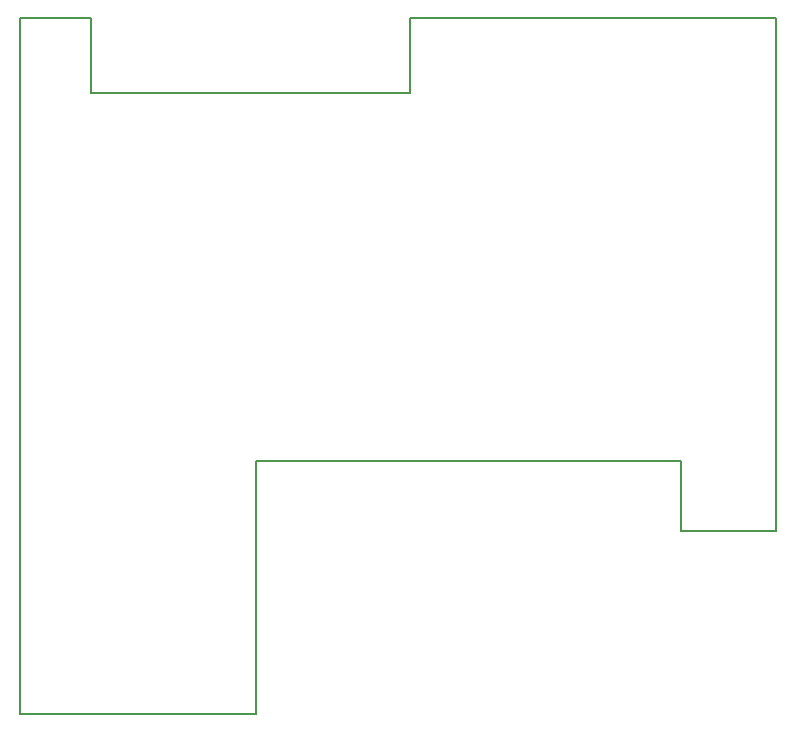
<source format=gm1>
G04 MADE WITH FRITZING*
G04 WWW.FRITZING.ORG*
G04 DOUBLE SIDED*
G04 HOLES PLATED*
G04 CONTOUR ON CENTER OF CONTOUR VECTOR*
%ASAXBY*%
%FSLAX23Y23*%
%MOIN*%
%OFA0B0*%
%SFA1.0B1.0*%
%ADD10C,0.008*%
%LNCONTOUR*%
G90*
G70*
G54D10*
X4Y2327D02*
X4Y2326D01*
X4Y6D01*
X5Y6D01*
X6Y6D01*
X7Y6D01*
X8Y6D01*
X9Y6D01*
X10Y6D01*
X11Y6D01*
X12Y6D01*
X13Y6D01*
X14Y6D01*
X15Y6D01*
X16Y6D01*
X17Y6D01*
X18Y6D01*
X19Y6D01*
X20Y6D01*
X21Y6D01*
X22Y6D01*
X23Y6D01*
X24Y6D01*
X25Y6D01*
X26Y6D01*
X27Y6D01*
X28Y6D01*
X29Y6D01*
X30Y6D01*
X31Y6D01*
X32Y6D01*
X33Y6D01*
X34Y6D01*
X35Y6D01*
X36Y6D01*
X37Y6D01*
X38Y6D01*
X39Y6D01*
X40Y6D01*
X41Y6D01*
X42Y6D01*
X43Y6D01*
X44Y6D01*
X45Y6D01*
X46Y6D01*
X47Y6D01*
X48Y6D01*
X49Y6D01*
X50Y6D01*
X51Y6D01*
X52Y6D01*
X53Y6D01*
X54Y6D01*
X55Y6D01*
X56Y6D01*
X57Y6D01*
X58Y6D01*
X59Y6D01*
X60Y6D01*
X61Y6D01*
X62Y6D01*
X63Y6D01*
X64Y6D01*
X65Y6D01*
X66Y6D01*
X67Y6D01*
X68Y6D01*
X69Y6D01*
X70Y6D01*
X71Y6D01*
X72Y6D01*
X73Y6D01*
X74Y6D01*
X75Y6D01*
X76Y6D01*
X77Y6D01*
X78Y6D01*
X79Y6D01*
X80Y6D01*
X81Y6D01*
X82Y6D01*
X83Y6D01*
X84Y6D01*
X85Y6D01*
X86Y6D01*
X87Y6D01*
X88Y6D01*
X89Y6D01*
X90Y6D01*
X91Y6D01*
X92Y6D01*
X93Y6D01*
X94Y6D01*
X95Y6D01*
X96Y6D01*
X97Y6D01*
X98Y6D01*
X99Y6D01*
X100Y6D01*
X101Y6D01*
X102Y6D01*
X103Y6D01*
X104Y6D01*
X105Y6D01*
X106Y6D01*
X107Y6D01*
X108Y6D01*
X109Y6D01*
X110Y6D01*
X111Y6D01*
X112Y6D01*
X113Y6D01*
X114Y6D01*
X115Y6D01*
X116Y6D01*
X117Y6D01*
X118Y6D01*
X119Y6D01*
X120Y6D01*
X121Y6D01*
X122Y6D01*
X123Y6D01*
X124Y6D01*
X125Y6D01*
X126Y6D01*
X127Y6D01*
X128Y6D01*
X129Y6D01*
X130Y6D01*
X131Y6D01*
X132Y6D01*
X133Y6D01*
X134Y6D01*
X135Y6D01*
X136Y6D01*
X137Y6D01*
X138Y6D01*
X139Y6D01*
X140Y6D01*
X141Y6D01*
X142Y6D01*
X143Y6D01*
X144Y6D01*
X145Y6D01*
X146Y6D01*
X147Y6D01*
X148Y6D01*
X149Y6D01*
X150Y6D01*
X151Y6D01*
X152Y6D01*
X153Y6D01*
X154Y6D01*
X155Y6D01*
X156Y6D01*
X157Y6D01*
X158Y6D01*
X159Y6D01*
X160Y6D01*
X161Y6D01*
X162Y6D01*
X163Y6D01*
X164Y6D01*
X165Y6D01*
X166Y6D01*
X167Y6D01*
X168Y6D01*
X169Y6D01*
X170Y6D01*
X171Y6D01*
X172Y6D01*
X173Y6D01*
X174Y6D01*
X175Y6D01*
X176Y6D01*
X177Y6D01*
X178Y6D01*
X179Y6D01*
X180Y6D01*
X181Y6D01*
X182Y6D01*
X183Y6D01*
X184Y6D01*
X185Y6D01*
X186Y6D01*
X187Y6D01*
X188Y6D01*
X189Y6D01*
X190Y6D01*
X191Y6D01*
X192Y6D01*
X193Y6D01*
X194Y6D01*
X195Y6D01*
X196Y6D01*
X197Y6D01*
X198Y6D01*
X199Y6D01*
X200Y6D01*
X201Y6D01*
X202Y6D01*
X203Y6D01*
X204Y6D01*
X205Y6D01*
X206Y6D01*
X207Y6D01*
X208Y6D01*
X209Y6D01*
X210Y6D01*
X211Y6D01*
X212Y6D01*
X213Y6D01*
X214Y6D01*
X215Y6D01*
X216Y6D01*
X217Y6D01*
X218Y6D01*
X219Y6D01*
X220Y6D01*
X221Y6D01*
X222Y6D01*
X223Y6D01*
X224Y6D01*
X225Y6D01*
X226Y6D01*
X227Y6D01*
X228Y6D01*
X229Y6D01*
X230Y6D01*
X231Y6D01*
X232Y6D01*
X233Y6D01*
X234Y6D01*
X235Y6D01*
X236Y6D01*
X237Y6D01*
X238Y6D01*
X239Y6D01*
X240Y6D01*
X241Y6D01*
X242Y6D01*
X243Y6D01*
X244Y6D01*
X245Y6D01*
X246Y6D01*
X247Y6D01*
X248Y6D01*
X249Y6D01*
X250Y6D01*
X251Y6D01*
X252Y6D01*
X253Y6D01*
X254Y6D01*
X255Y6D01*
X256Y6D01*
X257Y6D01*
X258Y6D01*
X259Y6D01*
X260Y6D01*
X261Y6D01*
X262Y6D01*
X263Y6D01*
X264Y6D01*
X265Y6D01*
X266Y6D01*
X267Y6D01*
X268Y6D01*
X269Y6D01*
X270Y6D01*
X271Y6D01*
X272Y6D01*
X273Y6D01*
X274Y6D01*
X275Y6D01*
X276Y6D01*
X277Y6D01*
X278Y6D01*
X279Y6D01*
X280Y6D01*
X281Y6D01*
X282Y6D01*
X283Y6D01*
X284Y6D01*
X285Y6D01*
X286Y6D01*
X287Y6D01*
X288Y6D01*
X289Y6D01*
X290Y6D01*
X291Y6D01*
X292Y6D01*
X293Y6D01*
X294Y6D01*
X295Y6D01*
X296Y6D01*
X297Y6D01*
X298Y6D01*
X299Y6D01*
X300Y6D01*
X301Y6D01*
X302Y6D01*
X303Y6D01*
X304Y6D01*
X305Y6D01*
X306Y6D01*
X307Y6D01*
X308Y6D01*
X309Y6D01*
X310Y6D01*
X311Y6D01*
X312Y6D01*
X313Y6D01*
X314Y6D01*
X315Y6D01*
X316Y6D01*
X317Y6D01*
X318Y6D01*
X319Y6D01*
X320Y6D01*
X321Y6D01*
X322Y6D01*
X323Y6D01*
X324Y6D01*
X325Y6D01*
X326Y6D01*
X327Y6D01*
X328Y6D01*
X329Y6D01*
X330Y6D01*
X331Y6D01*
X332Y6D01*
X333Y6D01*
X334Y6D01*
X335Y6D01*
X336Y6D01*
X337Y6D01*
X338Y6D01*
X339Y6D01*
X340Y6D01*
X341Y6D01*
X342Y6D01*
X343Y6D01*
X344Y6D01*
X345Y6D01*
X346Y6D01*
X347Y6D01*
X348Y6D01*
X349Y6D01*
X350Y6D01*
X351Y6D01*
X352Y6D01*
X353Y6D01*
X354Y6D01*
X355Y6D01*
X356Y6D01*
X357Y6D01*
X358Y6D01*
X359Y6D01*
X360Y6D01*
X361Y6D01*
X362Y6D01*
X363Y6D01*
X364Y6D01*
X365Y6D01*
X366Y6D01*
X367Y6D01*
X368Y6D01*
X369Y6D01*
X370Y6D01*
X371Y6D01*
X372Y6D01*
X373Y6D01*
X374Y6D01*
X375Y6D01*
X376Y6D01*
X377Y6D01*
X378Y6D01*
X379Y6D01*
X380Y6D01*
X381Y6D01*
X382Y6D01*
X383Y6D01*
X384Y6D01*
X385Y6D01*
X386Y6D01*
X387Y6D01*
X388Y6D01*
X389Y6D01*
X390Y6D01*
X391Y6D01*
X392Y6D01*
X393Y6D01*
X394Y6D01*
X395Y6D01*
X396Y6D01*
X397Y6D01*
X398Y6D01*
X399Y6D01*
X400Y6D01*
X401Y6D01*
X402Y6D01*
X403Y6D01*
X404Y6D01*
X405Y6D01*
X406Y6D01*
X407Y6D01*
X408Y6D01*
X409Y6D01*
X410Y6D01*
X411Y6D01*
X412Y6D01*
X413Y6D01*
X414Y6D01*
X415Y6D01*
X416Y6D01*
X417Y6D01*
X418Y6D01*
X419Y6D01*
X420Y6D01*
X421Y6D01*
X422Y6D01*
X423Y6D01*
X424Y6D01*
X425Y6D01*
X426Y6D01*
X427Y6D01*
X428Y6D01*
X429Y6D01*
X430Y6D01*
X431Y6D01*
X432Y6D01*
X433Y6D01*
X434Y6D01*
X435Y6D01*
X436Y6D01*
X437Y6D01*
X438Y6D01*
X439Y6D01*
X440Y6D01*
X441Y6D01*
X442Y6D01*
X443Y6D01*
X444Y6D01*
X445Y6D01*
X446Y6D01*
X447Y6D01*
X448Y6D01*
X449Y6D01*
X450Y6D01*
X451Y6D01*
X452Y6D01*
X453Y6D01*
X454Y6D01*
X455Y6D01*
X456Y6D01*
X457Y6D01*
X458Y6D01*
X459Y6D01*
X460Y6D01*
X461Y6D01*
X462Y6D01*
X463Y6D01*
X464Y6D01*
X465Y6D01*
X466Y6D01*
X467Y6D01*
X468Y6D01*
X469Y6D01*
X470Y6D01*
X471Y6D01*
X472Y6D01*
X473Y6D01*
X474Y6D01*
X475Y6D01*
X476Y6D01*
X477Y6D01*
X478Y6D01*
X479Y6D01*
X480Y6D01*
X481Y6D01*
X482Y6D01*
X483Y6D01*
X484Y6D01*
X485Y6D01*
X486Y6D01*
X487Y6D01*
X488Y6D01*
X489Y6D01*
X490Y6D01*
X491Y6D01*
X492Y6D01*
X493Y6D01*
X494Y6D01*
X495Y6D01*
X496Y6D01*
X497Y6D01*
X498Y6D01*
X499Y6D01*
X500Y6D01*
X501Y6D01*
X502Y6D01*
X503Y6D01*
X504Y6D01*
X505Y6D01*
X506Y6D01*
X507Y6D01*
X508Y6D01*
X509Y6D01*
X510Y6D01*
X511Y6D01*
X512Y6D01*
X513Y6D01*
X514Y6D01*
X515Y6D01*
X516Y6D01*
X517Y6D01*
X518Y6D01*
X519Y6D01*
X520Y6D01*
X521Y6D01*
X522Y6D01*
X523Y6D01*
X524Y6D01*
X525Y6D01*
X526Y6D01*
X527Y6D01*
X528Y6D01*
X529Y6D01*
X530Y6D01*
X531Y6D01*
X532Y6D01*
X533Y6D01*
X534Y6D01*
X535Y6D01*
X536Y6D01*
X537Y6D01*
X538Y6D01*
X539Y6D01*
X540Y6D01*
X541Y6D01*
X542Y6D01*
X543Y6D01*
X544Y6D01*
X545Y6D01*
X546Y6D01*
X547Y6D01*
X548Y6D01*
X549Y6D01*
X550Y6D01*
X551Y6D01*
X552Y6D01*
X553Y6D01*
X554Y6D01*
X555Y6D01*
X556Y6D01*
X557Y6D01*
X558Y6D01*
X559Y6D01*
X560Y6D01*
X561Y6D01*
X562Y6D01*
X563Y6D01*
X564Y6D01*
X565Y6D01*
X566Y6D01*
X567Y6D01*
X568Y6D01*
X569Y6D01*
X570Y6D01*
X571Y6D01*
X572Y6D01*
X573Y6D01*
X574Y6D01*
X575Y6D01*
X576Y6D01*
X577Y6D01*
X578Y6D01*
X579Y6D01*
X580Y6D01*
X581Y6D01*
X582Y6D01*
X583Y6D01*
X584Y6D01*
X585Y6D01*
X586Y6D01*
X587Y6D01*
X588Y6D01*
X589Y6D01*
X590Y6D01*
X591Y6D01*
X592Y6D01*
X593Y6D01*
X594Y6D01*
X595Y6D01*
X596Y6D01*
X597Y6D01*
X598Y6D01*
X599Y6D01*
X600Y6D01*
X601Y6D01*
X602Y6D01*
X603Y6D01*
X604Y6D01*
X605Y6D01*
X606Y6D01*
X607Y6D01*
X608Y6D01*
X609Y6D01*
X610Y6D01*
X611Y6D01*
X612Y6D01*
X613Y6D01*
X614Y6D01*
X615Y6D01*
X616Y6D01*
X617Y6D01*
X618Y6D01*
X619Y6D01*
X620Y6D01*
X621Y6D01*
X622Y6D01*
X623Y6D01*
X624Y6D01*
X625Y6D01*
X626Y6D01*
X627Y6D01*
X628Y6D01*
X629Y6D01*
X630Y6D01*
X631Y6D01*
X632Y6D01*
X633Y6D01*
X634Y6D01*
X635Y6D01*
X636Y6D01*
X637Y6D01*
X638Y6D01*
X639Y6D01*
X640Y6D01*
X641Y6D01*
X642Y6D01*
X643Y6D01*
X644Y6D01*
X645Y6D01*
X646Y6D01*
X647Y6D01*
X648Y6D01*
X649Y6D01*
X650Y6D01*
X651Y6D01*
X652Y6D01*
X653Y6D01*
X654Y6D01*
X655Y6D01*
X656Y6D01*
X657Y6D01*
X658Y6D01*
X659Y6D01*
X660Y6D01*
X661Y6D01*
X662Y6D01*
X663Y6D01*
X664Y6D01*
X665Y6D01*
X666Y6D01*
X667Y6D01*
X668Y6D01*
X669Y6D01*
X670Y6D01*
X671Y6D01*
X672Y6D01*
X673Y6D01*
X674Y6D01*
X675Y6D01*
X676Y6D01*
X677Y6D01*
X678Y6D01*
X679Y6D01*
X680Y6D01*
X681Y6D01*
X682Y6D01*
X683Y6D01*
X684Y6D01*
X685Y6D01*
X686Y6D01*
X687Y6D01*
X688Y6D01*
X689Y6D01*
X690Y6D01*
X691Y6D01*
X692Y6D01*
X693Y6D01*
X694Y6D01*
X695Y6D01*
X696Y6D01*
X697Y6D01*
X698Y6D01*
X699Y6D01*
X700Y6D01*
X701Y6D01*
X702Y6D01*
X703Y6D01*
X704Y6D01*
X705Y6D01*
X706Y6D01*
X707Y6D01*
X708Y6D01*
X709Y6D01*
X710Y6D01*
X711Y6D01*
X712Y6D01*
X713Y6D01*
X714Y6D01*
X715Y6D01*
X716Y6D01*
X717Y6D01*
X718Y6D01*
X719Y6D01*
X720Y6D01*
X721Y6D01*
X722Y6D01*
X723Y6D01*
X724Y6D01*
X725Y6D01*
X726Y6D01*
X727Y6D01*
X728Y6D01*
X729Y6D01*
X730Y6D01*
X731Y6D01*
X732Y6D01*
X733Y6D01*
X734Y6D01*
X735Y6D01*
X736Y6D01*
X737Y6D01*
X738Y6D01*
X739Y6D01*
X740Y6D01*
X741Y6D01*
X742Y6D01*
X743Y6D01*
X744Y6D01*
X745Y6D01*
X746Y6D01*
X747Y6D01*
X748Y6D01*
X749Y6D01*
X750Y6D01*
X751Y6D01*
X752Y6D01*
X753Y6D01*
X754Y6D01*
X755Y6D01*
X756Y6D01*
X757Y6D01*
X758Y6D01*
X759Y6D01*
X760Y6D01*
X761Y6D01*
X762Y6D01*
X763Y6D01*
X764Y6D01*
X765Y6D01*
X766Y6D01*
X767Y6D01*
X768Y6D01*
X769Y6D01*
X770Y6D01*
X771Y6D01*
X772Y6D01*
X773Y6D01*
X774Y6D01*
X775Y6D01*
X776Y6D01*
X777Y6D01*
X778Y6D01*
X779Y6D01*
X780Y6D01*
X781Y6D01*
X782Y6D01*
X783Y6D01*
X784Y6D01*
X785Y6D01*
X786Y6D01*
X787Y6D01*
X788Y6D01*
X789Y6D01*
X790Y6D01*
X790Y850D01*
X791Y851D01*
X792Y851D01*
X793Y851D01*
X794Y851D01*
X795Y851D01*
X796Y851D01*
X797Y851D01*
X798Y851D01*
X799Y851D01*
X800Y851D01*
X801Y851D01*
X802Y851D01*
X803Y851D01*
X804Y851D01*
X805Y851D01*
X806Y851D01*
X807Y851D01*
X808Y851D01*
X809Y851D01*
X810Y851D01*
X811Y851D01*
X812Y851D01*
X813Y851D01*
X814Y851D01*
X815Y851D01*
X816Y851D01*
X817Y851D01*
X818Y851D01*
X819Y851D01*
X820Y851D01*
X821Y851D01*
X822Y851D01*
X823Y851D01*
X824Y851D01*
X825Y851D01*
X826Y851D01*
X827Y851D01*
X828Y851D01*
X829Y851D01*
X830Y851D01*
X831Y851D01*
X832Y851D01*
X833Y851D01*
X834Y851D01*
X835Y851D01*
X836Y851D01*
X837Y851D01*
X838Y851D01*
X839Y851D01*
X840Y851D01*
X841Y851D01*
X842Y851D01*
X843Y851D01*
X844Y851D01*
X845Y851D01*
X846Y851D01*
X847Y851D01*
X848Y851D01*
X849Y851D01*
X850Y851D01*
X851Y851D01*
X852Y851D01*
X853Y851D01*
X854Y851D01*
X855Y851D01*
X856Y851D01*
X857Y851D01*
X858Y851D01*
X859Y851D01*
X860Y851D01*
X861Y851D01*
X862Y851D01*
X863Y851D01*
X864Y851D01*
X865Y851D01*
X866Y851D01*
X867Y851D01*
X868Y851D01*
X869Y851D01*
X870Y851D01*
X871Y851D01*
X872Y851D01*
X873Y851D01*
X874Y851D01*
X875Y851D01*
X876Y851D01*
X877Y851D01*
X878Y851D01*
X879Y851D01*
X880Y851D01*
X881Y851D01*
X882Y851D01*
X883Y851D01*
X884Y851D01*
X885Y851D01*
X886Y851D01*
X887Y851D01*
X888Y851D01*
X889Y851D01*
X890Y851D01*
X891Y851D01*
X892Y851D01*
X893Y851D01*
X894Y851D01*
X895Y851D01*
X896Y851D01*
X897Y851D01*
X898Y851D01*
X899Y851D01*
X900Y851D01*
X901Y851D01*
X902Y851D01*
X903Y851D01*
X904Y851D01*
X905Y851D01*
X906Y851D01*
X907Y851D01*
X908Y851D01*
X909Y851D01*
X910Y851D01*
X911Y851D01*
X912Y851D01*
X913Y851D01*
X914Y851D01*
X915Y851D01*
X916Y851D01*
X917Y851D01*
X918Y851D01*
X919Y851D01*
X920Y851D01*
X921Y851D01*
X922Y851D01*
X923Y851D01*
X924Y851D01*
X925Y851D01*
X926Y851D01*
X927Y851D01*
X928Y851D01*
X929Y851D01*
X930Y851D01*
X931Y851D01*
X932Y851D01*
X933Y851D01*
X934Y851D01*
X935Y851D01*
X936Y851D01*
X937Y851D01*
X938Y851D01*
X939Y851D01*
X940Y851D01*
X941Y851D01*
X942Y851D01*
X943Y851D01*
X944Y851D01*
X945Y851D01*
X946Y851D01*
X947Y851D01*
X948Y851D01*
X949Y851D01*
X950Y851D01*
X951Y851D01*
X952Y851D01*
X953Y851D01*
X954Y851D01*
X955Y851D01*
X956Y851D01*
X957Y851D01*
X958Y851D01*
X959Y851D01*
X960Y851D01*
X961Y851D01*
X962Y851D01*
X963Y851D01*
X964Y851D01*
X965Y851D01*
X966Y851D01*
X967Y851D01*
X968Y851D01*
X969Y851D01*
X970Y851D01*
X971Y851D01*
X972Y851D01*
X973Y851D01*
X974Y851D01*
X975Y851D01*
X976Y851D01*
X977Y851D01*
X978Y851D01*
X979Y851D01*
X980Y851D01*
X981Y851D01*
X982Y851D01*
X983Y851D01*
X984Y851D01*
X985Y851D01*
X986Y851D01*
X987Y851D01*
X988Y851D01*
X989Y851D01*
X990Y851D01*
X991Y851D01*
X992Y851D01*
X993Y851D01*
X994Y851D01*
X995Y851D01*
X996Y851D01*
X997Y851D01*
X998Y851D01*
X999Y851D01*
X1000Y851D01*
X1001Y851D01*
X1002Y851D01*
X1003Y851D01*
X1004Y851D01*
X1005Y851D01*
X1006Y851D01*
X1007Y851D01*
X1008Y851D01*
X1009Y851D01*
X1010Y851D01*
X1011Y851D01*
X1012Y851D01*
X1013Y851D01*
X1014Y851D01*
X1015Y851D01*
X1016Y851D01*
X1017Y851D01*
X1018Y851D01*
X1019Y851D01*
X1020Y851D01*
X1021Y851D01*
X1022Y851D01*
X1023Y851D01*
X1024Y851D01*
X1025Y851D01*
X1026Y851D01*
X1027Y851D01*
X1028Y851D01*
X1029Y851D01*
X1030Y851D01*
X1031Y851D01*
X1032Y851D01*
X1033Y851D01*
X1034Y851D01*
X1035Y851D01*
X1036Y851D01*
X1037Y851D01*
X1038Y851D01*
X1039Y851D01*
X1040Y851D01*
X1041Y851D01*
X1042Y851D01*
X1043Y851D01*
X1044Y851D01*
X1045Y851D01*
X1046Y851D01*
X1047Y851D01*
X1048Y851D01*
X1049Y851D01*
X1050Y851D01*
X1051Y851D01*
X1052Y851D01*
X1053Y851D01*
X1054Y851D01*
X1055Y851D01*
X1056Y851D01*
X1057Y851D01*
X1058Y851D01*
X1059Y851D01*
X1060Y851D01*
X1061Y851D01*
X1062Y851D01*
X1063Y851D01*
X1064Y851D01*
X1065Y851D01*
X1066Y851D01*
X1067Y851D01*
X1068Y851D01*
X1069Y851D01*
X1070Y851D01*
X1071Y851D01*
X1072Y851D01*
X1073Y851D01*
X1074Y851D01*
X1075Y851D01*
X1076Y851D01*
X1077Y851D01*
X1078Y851D01*
X1079Y851D01*
X1080Y851D01*
X1081Y851D01*
X1082Y851D01*
X1083Y851D01*
X1084Y851D01*
X1085Y851D01*
X1086Y851D01*
X1087Y851D01*
X1088Y851D01*
X1089Y851D01*
X1090Y851D01*
X1091Y851D01*
X1092Y851D01*
X1093Y851D01*
X1094Y851D01*
X1095Y851D01*
X1096Y851D01*
X1097Y851D01*
X1098Y851D01*
X1099Y851D01*
X1100Y851D01*
X1101Y851D01*
X1102Y851D01*
X1103Y851D01*
X1104Y851D01*
X1105Y851D01*
X1106Y851D01*
X1107Y851D01*
X1108Y851D01*
X1109Y851D01*
X1110Y851D01*
X1111Y851D01*
X1112Y851D01*
X1113Y851D01*
X1114Y851D01*
X1115Y851D01*
X1116Y851D01*
X1117Y851D01*
X1118Y851D01*
X1119Y851D01*
X1120Y851D01*
X1121Y851D01*
X1122Y851D01*
X1123Y851D01*
X1124Y851D01*
X1125Y851D01*
X1126Y851D01*
X1127Y851D01*
X1128Y851D01*
X1129Y851D01*
X1130Y851D01*
X1131Y851D01*
X1132Y851D01*
X1133Y851D01*
X1134Y851D01*
X1135Y851D01*
X1136Y851D01*
X1137Y851D01*
X1138Y851D01*
X1139Y851D01*
X1140Y851D01*
X1141Y851D01*
X1142Y851D01*
X1143Y851D01*
X1144Y851D01*
X1145Y851D01*
X1146Y851D01*
X1147Y851D01*
X1148Y851D01*
X1149Y851D01*
X1150Y851D01*
X1151Y851D01*
X1152Y851D01*
X1153Y851D01*
X1154Y851D01*
X1155Y851D01*
X1156Y851D01*
X1157Y851D01*
X1158Y851D01*
X1159Y851D01*
X1160Y851D01*
X1161Y851D01*
X1162Y851D01*
X1163Y851D01*
X1164Y851D01*
X1165Y851D01*
X1166Y851D01*
X1167Y851D01*
X1168Y851D01*
X1169Y851D01*
X1170Y851D01*
X1171Y851D01*
X1172Y851D01*
X1173Y851D01*
X1174Y851D01*
X1175Y851D01*
X1176Y851D01*
X1177Y851D01*
X1178Y851D01*
X1179Y851D01*
X1180Y851D01*
X1181Y851D01*
X1182Y851D01*
X1183Y851D01*
X1184Y851D01*
X1185Y851D01*
X1186Y851D01*
X1187Y851D01*
X1188Y851D01*
X1189Y851D01*
X1190Y851D01*
X1191Y851D01*
X1192Y851D01*
X1193Y851D01*
X1194Y851D01*
X1195Y851D01*
X1196Y851D01*
X1197Y851D01*
X1198Y851D01*
X1199Y851D01*
X1200Y851D01*
X1201Y851D01*
X1202Y851D01*
X1203Y851D01*
X1204Y851D01*
X1205Y851D01*
X1206Y851D01*
X1207Y851D01*
X1208Y851D01*
X1209Y851D01*
X1210Y851D01*
X1211Y851D01*
X1212Y851D01*
X1213Y851D01*
X1214Y851D01*
X1215Y851D01*
X1216Y851D01*
X1217Y851D01*
X1218Y851D01*
X1219Y851D01*
X1220Y851D01*
X1221Y851D01*
X1222Y851D01*
X1223Y851D01*
X1224Y851D01*
X1225Y851D01*
X1226Y851D01*
X1227Y851D01*
X1228Y851D01*
X1229Y851D01*
X1230Y851D01*
X1231Y851D01*
X1232Y851D01*
X1233Y851D01*
X1234Y851D01*
X1235Y851D01*
X1236Y851D01*
X1237Y851D01*
X1238Y851D01*
X1239Y851D01*
X1240Y851D01*
X1241Y851D01*
X1242Y851D01*
X1243Y851D01*
X1244Y851D01*
X1245Y851D01*
X1246Y851D01*
X1247Y851D01*
X1248Y851D01*
X1249Y851D01*
X1250Y851D01*
X1251Y851D01*
X1252Y851D01*
X1253Y851D01*
X1254Y851D01*
X1255Y851D01*
X1256Y851D01*
X1257Y851D01*
X1258Y851D01*
X1259Y851D01*
X1260Y851D01*
X1261Y851D01*
X1262Y851D01*
X1263Y851D01*
X1264Y851D01*
X1265Y851D01*
X1266Y851D01*
X1267Y851D01*
X1268Y851D01*
X1269Y851D01*
X1270Y851D01*
X1271Y851D01*
X1272Y851D01*
X1273Y851D01*
X1274Y851D01*
X1275Y851D01*
X1276Y851D01*
X1277Y851D01*
X1278Y851D01*
X1279Y851D01*
X1280Y851D01*
X1281Y851D01*
X1282Y851D01*
X1283Y851D01*
X1284Y851D01*
X1285Y851D01*
X1286Y851D01*
X1287Y851D01*
X1288Y851D01*
X1289Y851D01*
X1290Y851D01*
X1291Y851D01*
X1292Y851D01*
X1293Y851D01*
X1294Y851D01*
X1295Y851D01*
X1296Y851D01*
X1297Y851D01*
X1298Y851D01*
X1299Y851D01*
X1300Y851D01*
X1301Y851D01*
X1302Y851D01*
X1303Y851D01*
X1304Y851D01*
X1305Y851D01*
X1306Y851D01*
X1307Y851D01*
X1308Y851D01*
X1309Y851D01*
X1310Y851D01*
X1311Y851D01*
X1312Y851D01*
X1313Y851D01*
X1314Y851D01*
X1315Y851D01*
X1316Y851D01*
X1317Y851D01*
X1318Y851D01*
X1319Y851D01*
X1320Y851D01*
X1321Y851D01*
X1322Y851D01*
X1323Y851D01*
X1324Y851D01*
X1325Y851D01*
X1326Y851D01*
X1327Y851D01*
X1328Y851D01*
X1329Y851D01*
X1330Y851D01*
X1331Y851D01*
X1332Y851D01*
X1333Y851D01*
X1334Y851D01*
X1335Y851D01*
X1336Y851D01*
X1337Y851D01*
X1338Y851D01*
X1339Y851D01*
X1340Y851D01*
X1341Y851D01*
X1342Y851D01*
X1343Y851D01*
X1344Y851D01*
X1345Y851D01*
X1346Y851D01*
X1347Y851D01*
X1348Y851D01*
X1349Y851D01*
X1350Y851D01*
X1351Y851D01*
X1352Y851D01*
X1353Y851D01*
X1354Y851D01*
X1355Y851D01*
X1356Y851D01*
X1357Y851D01*
X1358Y851D01*
X1359Y851D01*
X1360Y851D01*
X1361Y851D01*
X1362Y851D01*
X1363Y851D01*
X1364Y851D01*
X1365Y851D01*
X1366Y851D01*
X1367Y851D01*
X1368Y851D01*
X1369Y851D01*
X1370Y851D01*
X1371Y851D01*
X1372Y851D01*
X1373Y851D01*
X1374Y851D01*
X1375Y851D01*
X1376Y851D01*
X1377Y851D01*
X1378Y851D01*
X1379Y851D01*
X1380Y851D01*
X1381Y851D01*
X1382Y851D01*
X1383Y851D01*
X1384Y851D01*
X1385Y851D01*
X1386Y851D01*
X1387Y851D01*
X1388Y851D01*
X1389Y851D01*
X1390Y851D01*
X1391Y851D01*
X1392Y851D01*
X1393Y851D01*
X1394Y851D01*
X1395Y851D01*
X1396Y851D01*
X1397Y851D01*
X1398Y851D01*
X1399Y851D01*
X1400Y851D01*
X1401Y851D01*
X1402Y851D01*
X1403Y851D01*
X1404Y851D01*
X1405Y851D01*
X1406Y851D01*
X1407Y851D01*
X1408Y851D01*
X1409Y851D01*
X1410Y851D01*
X1411Y851D01*
X1412Y851D01*
X1413Y851D01*
X1414Y851D01*
X1415Y851D01*
X1416Y851D01*
X1417Y851D01*
X1418Y851D01*
X1419Y851D01*
X1420Y851D01*
X1421Y851D01*
X1422Y851D01*
X1423Y851D01*
X1424Y851D01*
X1425Y851D01*
X1426Y851D01*
X1427Y851D01*
X1428Y851D01*
X1429Y851D01*
X1430Y851D01*
X1431Y851D01*
X1432Y851D01*
X1433Y851D01*
X1434Y851D01*
X1435Y851D01*
X1436Y851D01*
X1437Y851D01*
X1438Y851D01*
X1439Y851D01*
X1440Y851D01*
X1441Y851D01*
X1442Y851D01*
X1443Y851D01*
X1444Y851D01*
X1445Y851D01*
X1446Y851D01*
X1447Y851D01*
X1448Y851D01*
X1449Y851D01*
X1450Y851D01*
X1451Y851D01*
X1452Y851D01*
X1453Y851D01*
X1454Y851D01*
X1455Y851D01*
X1456Y851D01*
X1457Y851D01*
X1458Y851D01*
X1459Y851D01*
X1460Y851D01*
X1461Y851D01*
X1462Y851D01*
X1463Y851D01*
X1464Y851D01*
X1465Y851D01*
X1466Y851D01*
X1467Y851D01*
X1468Y851D01*
X1469Y851D01*
X1470Y851D01*
X1471Y851D01*
X1472Y851D01*
X1473Y851D01*
X1474Y851D01*
X1475Y851D01*
X1476Y851D01*
X1477Y851D01*
X1478Y851D01*
X1479Y851D01*
X1480Y851D01*
X1481Y851D01*
X1482Y851D01*
X1483Y851D01*
X1484Y851D01*
X1485Y851D01*
X1486Y851D01*
X1487Y851D01*
X1488Y851D01*
X1489Y851D01*
X1490Y851D01*
X1491Y851D01*
X1492Y851D01*
X1493Y851D01*
X1494Y851D01*
X1495Y851D01*
X1496Y851D01*
X1497Y851D01*
X1498Y851D01*
X1499Y851D01*
X1500Y851D01*
X1501Y851D01*
X1502Y851D01*
X1503Y851D01*
X1504Y851D01*
X1505Y851D01*
X1506Y851D01*
X1507Y851D01*
X1508Y851D01*
X1509Y851D01*
X1510Y851D01*
X1511Y851D01*
X1512Y851D01*
X1513Y851D01*
X1514Y851D01*
X1515Y851D01*
X1516Y851D01*
X1517Y851D01*
X1518Y851D01*
X1519Y851D01*
X1520Y851D01*
X1521Y851D01*
X1522Y851D01*
X1523Y851D01*
X1524Y851D01*
X1525Y851D01*
X1526Y851D01*
X1527Y851D01*
X1528Y851D01*
X1529Y851D01*
X1530Y851D01*
X1531Y851D01*
X1532Y851D01*
X1533Y851D01*
X1534Y851D01*
X1535Y851D01*
X1536Y851D01*
X1537Y851D01*
X1538Y851D01*
X1539Y851D01*
X1540Y851D01*
X1541Y851D01*
X1542Y851D01*
X1543Y851D01*
X1544Y851D01*
X1545Y851D01*
X1546Y851D01*
X1547Y851D01*
X1548Y851D01*
X1549Y851D01*
X1550Y851D01*
X1551Y851D01*
X1552Y851D01*
X1553Y851D01*
X1554Y851D01*
X1555Y851D01*
X1556Y851D01*
X1557Y851D01*
X1558Y851D01*
X1559Y851D01*
X1560Y851D01*
X1561Y851D01*
X1562Y851D01*
X1563Y851D01*
X1564Y851D01*
X1565Y851D01*
X1566Y851D01*
X1567Y851D01*
X1568Y851D01*
X1569Y851D01*
X1570Y851D01*
X1571Y851D01*
X1572Y851D01*
X1573Y851D01*
X1574Y851D01*
X1575Y851D01*
X1576Y851D01*
X1577Y851D01*
X1578Y851D01*
X1579Y851D01*
X1580Y851D01*
X1581Y851D01*
X1582Y851D01*
X1583Y851D01*
X1584Y851D01*
X1585Y851D01*
X1586Y851D01*
X1587Y851D01*
X1588Y851D01*
X1589Y851D01*
X1590Y851D01*
X1591Y851D01*
X1592Y851D01*
X1593Y851D01*
X1594Y851D01*
X1595Y851D01*
X1596Y851D01*
X1597Y851D01*
X1598Y851D01*
X1599Y851D01*
X1600Y851D01*
X1601Y851D01*
X1602Y851D01*
X1603Y851D01*
X1604Y851D01*
X1605Y851D01*
X1606Y851D01*
X1607Y851D01*
X1608Y851D01*
X1609Y851D01*
X1610Y851D01*
X1611Y851D01*
X1612Y851D01*
X1613Y851D01*
X1614Y851D01*
X1615Y851D01*
X1616Y851D01*
X1617Y851D01*
X1618Y851D01*
X1619Y851D01*
X1620Y851D01*
X1621Y851D01*
X1622Y851D01*
X1623Y851D01*
X1624Y851D01*
X1625Y851D01*
X1626Y851D01*
X1627Y851D01*
X1628Y851D01*
X1629Y851D01*
X1630Y851D01*
X1631Y851D01*
X1632Y851D01*
X1633Y851D01*
X1634Y851D01*
X1635Y851D01*
X1636Y851D01*
X1637Y851D01*
X1638Y851D01*
X1639Y851D01*
X1640Y851D01*
X1641Y851D01*
X1642Y851D01*
X1643Y851D01*
X1644Y851D01*
X1645Y851D01*
X1646Y851D01*
X1647Y851D01*
X1648Y851D01*
X1649Y851D01*
X1650Y851D01*
X1651Y851D01*
X1652Y851D01*
X1653Y851D01*
X1654Y851D01*
X1655Y851D01*
X1656Y851D01*
X1657Y851D01*
X1658Y851D01*
X1659Y851D01*
X1660Y851D01*
X1661Y851D01*
X1662Y851D01*
X1663Y851D01*
X1664Y851D01*
X1665Y851D01*
X1666Y851D01*
X1667Y851D01*
X1668Y851D01*
X1669Y851D01*
X1670Y851D01*
X1671Y851D01*
X1672Y851D01*
X1673Y851D01*
X1674Y851D01*
X1675Y851D01*
X1676Y851D01*
X1677Y851D01*
X1678Y851D01*
X1679Y851D01*
X1680Y851D01*
X1681Y851D01*
X1682Y851D01*
X1683Y851D01*
X1684Y851D01*
X1685Y851D01*
X1686Y851D01*
X1687Y851D01*
X1688Y851D01*
X1689Y851D01*
X1690Y851D01*
X1691Y851D01*
X1692Y851D01*
X1693Y851D01*
X1694Y851D01*
X1695Y851D01*
X1696Y851D01*
X1697Y851D01*
X1698Y851D01*
X1699Y851D01*
X1700Y851D01*
X1701Y851D01*
X1702Y851D01*
X1703Y851D01*
X1704Y851D01*
X1705Y851D01*
X1706Y851D01*
X1707Y851D01*
X1708Y851D01*
X1709Y851D01*
X1710Y851D01*
X1711Y851D01*
X1712Y851D01*
X1713Y851D01*
X1714Y851D01*
X1715Y851D01*
X1716Y851D01*
X1717Y851D01*
X1718Y851D01*
X1719Y851D01*
X1720Y851D01*
X1721Y851D01*
X1722Y851D01*
X1723Y851D01*
X1724Y851D01*
X1725Y851D01*
X1726Y851D01*
X1727Y851D01*
X1728Y851D01*
X1729Y851D01*
X1730Y851D01*
X1731Y851D01*
X1732Y851D01*
X1733Y851D01*
X1734Y851D01*
X1735Y851D01*
X1736Y851D01*
X1737Y851D01*
X1738Y851D01*
X1739Y851D01*
X1740Y851D01*
X1741Y851D01*
X1742Y851D01*
X1743Y851D01*
X1744Y851D01*
X1745Y851D01*
X1746Y851D01*
X1747Y851D01*
X1748Y851D01*
X1749Y851D01*
X1750Y851D01*
X1751Y851D01*
X1752Y851D01*
X1753Y851D01*
X1754Y851D01*
X1755Y851D01*
X1756Y851D01*
X1757Y851D01*
X1758Y851D01*
X1759Y851D01*
X1760Y851D01*
X1761Y851D01*
X1762Y851D01*
X1763Y851D01*
X1764Y851D01*
X1765Y851D01*
X1766Y851D01*
X1767Y851D01*
X1768Y851D01*
X1769Y851D01*
X1770Y851D01*
X1771Y851D01*
X1772Y851D01*
X1773Y851D01*
X1774Y851D01*
X1775Y851D01*
X1776Y851D01*
X1777Y851D01*
X1778Y851D01*
X1779Y851D01*
X1780Y851D01*
X1781Y851D01*
X1782Y851D01*
X1783Y851D01*
X1784Y851D01*
X1785Y851D01*
X1786Y851D01*
X1787Y851D01*
X1788Y851D01*
X1789Y851D01*
X1790Y851D01*
X1791Y851D01*
X1792Y851D01*
X1793Y851D01*
X1794Y851D01*
X1795Y851D01*
X1796Y851D01*
X1797Y851D01*
X1798Y851D01*
X1799Y851D01*
X1800Y851D01*
X1801Y851D01*
X1802Y851D01*
X1803Y851D01*
X1804Y851D01*
X1805Y851D01*
X1806Y851D01*
X1807Y851D01*
X1808Y851D01*
X1809Y851D01*
X1810Y851D01*
X1811Y851D01*
X1812Y851D01*
X1813Y851D01*
X1814Y851D01*
X1815Y851D01*
X1816Y851D01*
X1817Y851D01*
X1818Y851D01*
X1819Y851D01*
X1820Y851D01*
X1821Y851D01*
X1822Y851D01*
X1823Y851D01*
X1824Y851D01*
X1825Y851D01*
X1826Y851D01*
X1827Y851D01*
X1828Y851D01*
X1829Y851D01*
X1830Y851D01*
X1831Y851D01*
X1832Y851D01*
X1833Y851D01*
X1834Y851D01*
X1835Y851D01*
X1836Y851D01*
X1837Y851D01*
X1838Y851D01*
X1839Y851D01*
X1840Y851D01*
X1841Y851D01*
X1842Y851D01*
X1843Y851D01*
X1844Y851D01*
X1845Y851D01*
X1846Y851D01*
X1847Y851D01*
X1848Y851D01*
X1849Y851D01*
X1850Y851D01*
X1851Y851D01*
X1852Y851D01*
X1853Y851D01*
X1854Y851D01*
X1855Y851D01*
X1856Y851D01*
X1857Y851D01*
X1858Y851D01*
X1859Y851D01*
X1860Y851D01*
X1861Y851D01*
X1862Y851D01*
X1863Y851D01*
X1864Y851D01*
X1865Y851D01*
X1866Y851D01*
X1867Y851D01*
X1868Y851D01*
X1869Y851D01*
X1870Y851D01*
X1871Y851D01*
X1872Y851D01*
X1873Y851D01*
X1874Y851D01*
X1875Y851D01*
X1876Y851D01*
X1877Y851D01*
X1878Y851D01*
X1879Y851D01*
X1880Y851D01*
X1881Y851D01*
X1882Y851D01*
X1883Y851D01*
X1884Y851D01*
X1885Y851D01*
X1886Y851D01*
X1887Y851D01*
X1888Y851D01*
X1889Y851D01*
X1890Y851D01*
X1891Y851D01*
X1892Y851D01*
X1893Y851D01*
X1894Y851D01*
X1895Y851D01*
X1896Y851D01*
X1897Y851D01*
X1898Y851D01*
X1899Y851D01*
X1900Y851D01*
X1901Y851D01*
X1902Y851D01*
X1903Y851D01*
X1904Y851D01*
X1905Y851D01*
X1906Y851D01*
X1907Y851D01*
X1908Y851D01*
X1909Y851D01*
X1910Y851D01*
X1911Y851D01*
X1912Y851D01*
X1913Y851D01*
X1914Y851D01*
X1915Y851D01*
X1916Y851D01*
X1917Y851D01*
X1918Y851D01*
X1919Y851D01*
X1920Y851D01*
X1921Y851D01*
X1922Y851D01*
X1923Y851D01*
X1924Y851D01*
X1925Y851D01*
X1926Y851D01*
X1927Y851D01*
X1928Y851D01*
X1929Y851D01*
X1930Y851D01*
X1931Y851D01*
X1932Y851D01*
X1933Y851D01*
X1934Y851D01*
X1935Y851D01*
X1936Y851D01*
X1937Y851D01*
X1938Y851D01*
X1939Y851D01*
X1940Y851D01*
X1941Y851D01*
X1942Y851D01*
X1943Y851D01*
X1944Y851D01*
X1945Y851D01*
X1946Y851D01*
X1947Y851D01*
X1948Y851D01*
X1949Y851D01*
X1950Y851D01*
X1951Y851D01*
X1952Y851D01*
X1953Y851D01*
X1954Y851D01*
X1955Y851D01*
X1956Y851D01*
X1957Y851D01*
X1958Y851D01*
X1959Y851D01*
X1960Y851D01*
X1961Y851D01*
X1962Y851D01*
X1963Y851D01*
X1964Y851D01*
X1965Y851D01*
X1966Y851D01*
X1967Y851D01*
X1968Y851D01*
X1969Y851D01*
X1970Y851D01*
X1971Y851D01*
X1972Y851D01*
X1973Y851D01*
X1974Y851D01*
X1975Y851D01*
X1976Y851D01*
X1977Y851D01*
X1978Y851D01*
X1979Y851D01*
X1980Y851D01*
X1981Y851D01*
X1982Y851D01*
X1983Y851D01*
X1984Y851D01*
X1985Y851D01*
X1986Y851D01*
X1987Y851D01*
X1988Y851D01*
X1989Y851D01*
X1990Y851D01*
X1991Y851D01*
X1992Y851D01*
X1993Y851D01*
X1994Y851D01*
X1995Y851D01*
X1996Y851D01*
X1997Y851D01*
X1998Y851D01*
X1999Y851D01*
X2000Y851D01*
X2001Y851D01*
X2002Y851D01*
X2003Y851D01*
X2004Y851D01*
X2005Y851D01*
X2006Y851D01*
X2007Y851D01*
X2008Y851D01*
X2009Y851D01*
X2010Y851D01*
X2011Y851D01*
X2012Y851D01*
X2013Y851D01*
X2014Y851D01*
X2015Y851D01*
X2016Y851D01*
X2017Y851D01*
X2018Y851D01*
X2019Y851D01*
X2020Y851D01*
X2021Y851D01*
X2022Y851D01*
X2023Y851D01*
X2024Y851D01*
X2025Y851D01*
X2026Y851D01*
X2027Y851D01*
X2028Y851D01*
X2029Y851D01*
X2030Y851D01*
X2031Y851D01*
X2032Y851D01*
X2033Y851D01*
X2034Y851D01*
X2035Y851D01*
X2036Y851D01*
X2037Y851D01*
X2038Y851D01*
X2039Y851D01*
X2040Y851D01*
X2041Y851D01*
X2042Y851D01*
X2043Y851D01*
X2044Y851D01*
X2045Y851D01*
X2046Y851D01*
X2047Y851D01*
X2048Y851D01*
X2049Y851D01*
X2050Y851D01*
X2051Y851D01*
X2052Y851D01*
X2053Y851D01*
X2054Y851D01*
X2055Y851D01*
X2056Y851D01*
X2057Y851D01*
X2058Y851D01*
X2059Y851D01*
X2060Y851D01*
X2061Y851D01*
X2062Y851D01*
X2063Y851D01*
X2064Y851D01*
X2065Y851D01*
X2066Y851D01*
X2067Y851D01*
X2068Y851D01*
X2069Y851D01*
X2070Y851D01*
X2071Y851D01*
X2072Y851D01*
X2073Y851D01*
X2074Y851D01*
X2075Y851D01*
X2076Y851D01*
X2077Y851D01*
X2078Y851D01*
X2079Y851D01*
X2080Y851D01*
X2081Y851D01*
X2082Y851D01*
X2083Y851D01*
X2084Y851D01*
X2085Y851D01*
X2086Y851D01*
X2087Y851D01*
X2088Y851D01*
X2089Y851D01*
X2090Y851D01*
X2091Y851D01*
X2092Y851D01*
X2093Y851D01*
X2094Y851D01*
X2095Y851D01*
X2096Y851D01*
X2097Y851D01*
X2098Y851D01*
X2099Y851D01*
X2100Y851D01*
X2101Y851D01*
X2102Y851D01*
X2103Y851D01*
X2104Y851D01*
X2105Y851D01*
X2106Y851D01*
X2107Y851D01*
X2108Y851D01*
X2109Y851D01*
X2110Y851D01*
X2111Y851D01*
X2112Y851D01*
X2113Y851D01*
X2114Y851D01*
X2115Y851D01*
X2116Y851D01*
X2117Y851D01*
X2118Y851D01*
X2119Y851D01*
X2120Y851D01*
X2121Y851D01*
X2122Y851D01*
X2123Y851D01*
X2124Y851D01*
X2125Y851D01*
X2126Y851D01*
X2127Y851D01*
X2128Y851D01*
X2129Y851D01*
X2130Y851D01*
X2131Y851D01*
X2132Y851D01*
X2133Y851D01*
X2134Y851D01*
X2135Y851D01*
X2136Y851D01*
X2137Y851D01*
X2138Y851D01*
X2139Y851D01*
X2140Y851D01*
X2141Y851D01*
X2142Y851D01*
X2143Y851D01*
X2144Y851D01*
X2145Y851D01*
X2146Y851D01*
X2147Y851D01*
X2148Y851D01*
X2149Y851D01*
X2150Y851D01*
X2151Y851D01*
X2152Y851D01*
X2153Y851D01*
X2154Y851D01*
X2155Y851D01*
X2156Y851D01*
X2157Y851D01*
X2158Y851D01*
X2159Y851D01*
X2160Y851D01*
X2161Y851D01*
X2162Y851D01*
X2163Y851D01*
X2164Y851D01*
X2165Y851D01*
X2166Y851D01*
X2167Y851D01*
X2168Y851D01*
X2169Y851D01*
X2170Y851D01*
X2171Y851D01*
X2172Y851D01*
X2173Y851D01*
X2174Y851D01*
X2175Y851D01*
X2176Y851D01*
X2177Y851D01*
X2178Y851D01*
X2179Y851D01*
X2180Y851D01*
X2181Y851D01*
X2182Y851D01*
X2183Y851D01*
X2184Y851D01*
X2185Y851D01*
X2186Y851D01*
X2187Y851D01*
X2188Y851D01*
X2189Y851D01*
X2190Y851D01*
X2191Y851D01*
X2192Y851D01*
X2193Y851D01*
X2194Y851D01*
X2195Y851D01*
X2196Y851D01*
X2197Y851D01*
X2198Y851D01*
X2199Y851D01*
X2200Y851D01*
X2201Y851D01*
X2202Y851D01*
X2203Y851D01*
X2204Y851D01*
X2205Y851D01*
X2206Y851D01*
X2207Y851D01*
X2208Y850D01*
X2208Y616D01*
X2209Y616D01*
X2210Y616D01*
X2211Y616D01*
X2212Y616D01*
X2213Y616D01*
X2214Y616D01*
X2215Y616D01*
X2216Y616D01*
X2217Y616D01*
X2218Y616D01*
X2219Y616D01*
X2220Y616D01*
X2221Y616D01*
X2222Y616D01*
X2223Y616D01*
X2224Y616D01*
X2225Y616D01*
X2226Y616D01*
X2227Y616D01*
X2228Y616D01*
X2229Y616D01*
X2230Y616D01*
X2231Y616D01*
X2232Y616D01*
X2233Y616D01*
X2234Y616D01*
X2235Y616D01*
X2236Y616D01*
X2237Y616D01*
X2238Y616D01*
X2239Y616D01*
X2240Y616D01*
X2241Y616D01*
X2242Y616D01*
X2243Y616D01*
X2244Y616D01*
X2245Y616D01*
X2246Y616D01*
X2247Y616D01*
X2248Y616D01*
X2249Y616D01*
X2250Y616D01*
X2251Y616D01*
X2252Y616D01*
X2253Y616D01*
X2254Y616D01*
X2255Y616D01*
X2256Y616D01*
X2257Y616D01*
X2258Y616D01*
X2259Y616D01*
X2260Y616D01*
X2261Y616D01*
X2262Y616D01*
X2263Y616D01*
X2264Y616D01*
X2265Y616D01*
X2266Y616D01*
X2267Y616D01*
X2268Y616D01*
X2269Y616D01*
X2270Y616D01*
X2271Y616D01*
X2272Y616D01*
X2273Y616D01*
X2274Y616D01*
X2275Y616D01*
X2276Y616D01*
X2277Y616D01*
X2278Y616D01*
X2279Y616D01*
X2280Y616D01*
X2281Y616D01*
X2282Y616D01*
X2283Y616D01*
X2284Y616D01*
X2285Y616D01*
X2286Y616D01*
X2287Y616D01*
X2288Y616D01*
X2289Y616D01*
X2290Y616D01*
X2291Y616D01*
X2292Y616D01*
X2293Y616D01*
X2294Y616D01*
X2295Y616D01*
X2296Y616D01*
X2297Y616D01*
X2298Y616D01*
X2299Y616D01*
X2300Y616D01*
X2301Y616D01*
X2302Y616D01*
X2303Y616D01*
X2304Y616D01*
X2305Y616D01*
X2306Y616D01*
X2307Y616D01*
X2308Y616D01*
X2309Y616D01*
X2310Y616D01*
X2311Y616D01*
X2312Y616D01*
X2313Y616D01*
X2314Y616D01*
X2315Y616D01*
X2316Y616D01*
X2317Y616D01*
X2318Y616D01*
X2319Y616D01*
X2320Y616D01*
X2321Y616D01*
X2322Y616D01*
X2323Y616D01*
X2324Y616D01*
X2325Y616D01*
X2326Y616D01*
X2327Y616D01*
X2328Y616D01*
X2329Y616D01*
X2330Y616D01*
X2331Y616D01*
X2332Y616D01*
X2333Y616D01*
X2334Y616D01*
X2335Y616D01*
X2336Y616D01*
X2337Y616D01*
X2338Y616D01*
X2339Y616D01*
X2340Y616D01*
X2341Y616D01*
X2342Y616D01*
X2343Y616D01*
X2344Y616D01*
X2345Y616D01*
X2346Y616D01*
X2347Y616D01*
X2348Y616D01*
X2349Y616D01*
X2350Y616D01*
X2351Y616D01*
X2352Y616D01*
X2353Y616D01*
X2354Y616D01*
X2355Y616D01*
X2356Y616D01*
X2357Y616D01*
X2358Y616D01*
X2359Y616D01*
X2360Y616D01*
X2361Y616D01*
X2362Y616D01*
X2363Y616D01*
X2364Y616D01*
X2365Y616D01*
X2366Y616D01*
X2367Y616D01*
X2368Y616D01*
X2369Y616D01*
X2370Y616D01*
X2371Y616D01*
X2372Y616D01*
X2373Y616D01*
X2374Y616D01*
X2375Y616D01*
X2376Y616D01*
X2377Y616D01*
X2378Y616D01*
X2379Y616D01*
X2380Y616D01*
X2381Y616D01*
X2382Y616D01*
X2383Y616D01*
X2384Y616D01*
X2385Y616D01*
X2386Y616D01*
X2387Y616D01*
X2388Y616D01*
X2389Y616D01*
X2390Y616D01*
X2391Y616D01*
X2392Y616D01*
X2393Y616D01*
X2394Y616D01*
X2395Y616D01*
X2396Y616D01*
X2397Y616D01*
X2398Y616D01*
X2399Y616D01*
X2400Y616D01*
X2401Y616D01*
X2402Y616D01*
X2403Y616D01*
X2404Y616D01*
X2405Y616D01*
X2406Y616D01*
X2407Y616D01*
X2408Y616D01*
X2409Y616D01*
X2410Y616D01*
X2411Y616D01*
X2412Y616D01*
X2413Y616D01*
X2414Y616D01*
X2415Y616D01*
X2416Y616D01*
X2417Y616D01*
X2418Y616D01*
X2419Y616D01*
X2420Y616D01*
X2421Y616D01*
X2422Y616D01*
X2423Y616D01*
X2424Y616D01*
X2425Y616D01*
X2426Y616D01*
X2427Y616D01*
X2428Y616D01*
X2429Y616D01*
X2430Y616D01*
X2431Y616D01*
X2432Y616D01*
X2433Y616D01*
X2434Y616D01*
X2435Y616D01*
X2436Y616D01*
X2437Y616D01*
X2438Y616D01*
X2439Y616D01*
X2440Y616D01*
X2441Y616D01*
X2442Y616D01*
X2443Y616D01*
X2444Y616D01*
X2445Y616D01*
X2446Y616D01*
X2447Y616D01*
X2448Y616D01*
X2449Y616D01*
X2450Y616D01*
X2451Y616D01*
X2452Y616D01*
X2453Y616D01*
X2454Y616D01*
X2455Y616D01*
X2456Y616D01*
X2457Y616D01*
X2458Y616D01*
X2459Y616D01*
X2460Y616D01*
X2461Y616D01*
X2462Y616D01*
X2463Y616D01*
X2464Y616D01*
X2465Y616D01*
X2466Y616D01*
X2467Y616D01*
X2468Y616D01*
X2469Y616D01*
X2470Y616D01*
X2471Y616D01*
X2472Y616D01*
X2473Y616D01*
X2474Y616D01*
X2475Y616D01*
X2476Y616D01*
X2477Y616D01*
X2478Y616D01*
X2479Y616D01*
X2480Y616D01*
X2481Y616D01*
X2482Y616D01*
X2483Y616D01*
X2484Y616D01*
X2485Y616D01*
X2486Y616D01*
X2487Y616D01*
X2488Y616D01*
X2489Y616D01*
X2490Y616D01*
X2491Y616D01*
X2492Y616D01*
X2493Y616D01*
X2494Y616D01*
X2495Y616D01*
X2496Y616D01*
X2497Y616D01*
X2498Y616D01*
X2499Y616D01*
X2500Y616D01*
X2501Y616D01*
X2502Y616D01*
X2503Y616D01*
X2504Y616D01*
X2505Y616D01*
X2506Y616D01*
X2507Y616D01*
X2508Y616D01*
X2509Y616D01*
X2510Y616D01*
X2511Y616D01*
X2512Y616D01*
X2513Y616D01*
X2514Y616D01*
X2515Y616D01*
X2516Y616D01*
X2517Y616D01*
X2518Y616D01*
X2519Y616D01*
X2520Y616D01*
X2521Y616D01*
X2522Y616D01*
X2523Y616D01*
X2524Y616D01*
X2524Y2327D01*
X2523Y2327D01*
X2522Y2327D01*
X2521Y2327D01*
X2520Y2327D01*
X2519Y2327D01*
X2518Y2327D01*
X2517Y2327D01*
X2516Y2327D01*
X2515Y2327D01*
X2514Y2327D01*
X2513Y2327D01*
X2512Y2327D01*
X2511Y2327D01*
X2510Y2327D01*
X2509Y2327D01*
X2508Y2327D01*
X2507Y2327D01*
X2506Y2327D01*
X2505Y2327D01*
X2504Y2327D01*
X2503Y2327D01*
X2502Y2327D01*
X2501Y2327D01*
X2500Y2327D01*
X2499Y2327D01*
X2498Y2327D01*
X2497Y2327D01*
X2496Y2327D01*
X2495Y2327D01*
X2494Y2327D01*
X2493Y2327D01*
X2492Y2327D01*
X2491Y2327D01*
X2490Y2327D01*
X2489Y2327D01*
X2488Y2327D01*
X2487Y2327D01*
X2486Y2327D01*
X2485Y2327D01*
X2484Y2327D01*
X2483Y2327D01*
X2482Y2327D01*
X2481Y2327D01*
X2480Y2327D01*
X2479Y2327D01*
X2478Y2327D01*
X2477Y2327D01*
X2476Y2327D01*
X2475Y2327D01*
X2474Y2327D01*
X2473Y2327D01*
X2472Y2327D01*
X2471Y2327D01*
X2470Y2327D01*
X2469Y2327D01*
X2468Y2327D01*
X2467Y2327D01*
X2466Y2327D01*
X2465Y2327D01*
X2464Y2327D01*
X2463Y2327D01*
X2462Y2327D01*
X2461Y2327D01*
X2460Y2327D01*
X2459Y2327D01*
X2458Y2327D01*
X2457Y2327D01*
X2456Y2327D01*
X2455Y2327D01*
X2454Y2327D01*
X2453Y2327D01*
X2452Y2327D01*
X2451Y2327D01*
X2450Y2327D01*
X2449Y2327D01*
X2448Y2327D01*
X2447Y2327D01*
X2446Y2327D01*
X2445Y2327D01*
X2444Y2327D01*
X2443Y2327D01*
X2442Y2327D01*
X2441Y2327D01*
X2440Y2327D01*
X2439Y2327D01*
X2438Y2327D01*
X2437Y2327D01*
X2436Y2327D01*
X2435Y2327D01*
X2434Y2327D01*
X2433Y2327D01*
X2432Y2327D01*
X2431Y2327D01*
X2430Y2327D01*
X2429Y2327D01*
X2428Y2327D01*
X2427Y2327D01*
X2426Y2327D01*
X2425Y2327D01*
X2424Y2327D01*
X2423Y2327D01*
X2422Y2327D01*
X2421Y2327D01*
X2420Y2327D01*
X2419Y2327D01*
X2418Y2327D01*
X2417Y2327D01*
X2416Y2327D01*
X2415Y2327D01*
X2414Y2327D01*
X2413Y2327D01*
X2412Y2327D01*
X2411Y2327D01*
X2410Y2327D01*
X2409Y2327D01*
X2408Y2327D01*
X2407Y2327D01*
X2406Y2327D01*
X2405Y2327D01*
X2404Y2327D01*
X2403Y2327D01*
X2402Y2327D01*
X2401Y2327D01*
X2400Y2327D01*
X2399Y2327D01*
X2398Y2327D01*
X2397Y2327D01*
X2396Y2327D01*
X2395Y2327D01*
X2394Y2327D01*
X2393Y2327D01*
X2392Y2327D01*
X2391Y2327D01*
X2390Y2327D01*
X2389Y2327D01*
X2388Y2327D01*
X2387Y2327D01*
X2386Y2327D01*
X2385Y2327D01*
X2384Y2327D01*
X2383Y2327D01*
X2382Y2327D01*
X2381Y2327D01*
X2380Y2327D01*
X2379Y2327D01*
X2378Y2327D01*
X2377Y2327D01*
X2376Y2327D01*
X2375Y2327D01*
X2374Y2327D01*
X2373Y2327D01*
X2372Y2327D01*
X2371Y2327D01*
X2370Y2327D01*
X2369Y2327D01*
X2368Y2327D01*
X2367Y2327D01*
X2366Y2327D01*
X2365Y2327D01*
X2364Y2327D01*
X2363Y2327D01*
X2362Y2327D01*
X2361Y2327D01*
X2360Y2327D01*
X2359Y2327D01*
X2358Y2327D01*
X2357Y2327D01*
X2356Y2327D01*
X2355Y2327D01*
X2354Y2327D01*
X2353Y2327D01*
X2352Y2327D01*
X2351Y2327D01*
X2350Y2327D01*
X2349Y2327D01*
X2348Y2327D01*
X2347Y2327D01*
X2346Y2327D01*
X2345Y2327D01*
X2344Y2327D01*
X2343Y2327D01*
X2342Y2327D01*
X2341Y2327D01*
X2340Y2327D01*
X2339Y2327D01*
X2338Y2327D01*
X2337Y2327D01*
X2336Y2327D01*
X2335Y2327D01*
X2334Y2327D01*
X2333Y2327D01*
X2332Y2327D01*
X2331Y2327D01*
X2330Y2327D01*
X2329Y2327D01*
X2328Y2327D01*
X2327Y2327D01*
X2326Y2327D01*
X2325Y2327D01*
X2324Y2327D01*
X2323Y2327D01*
X2322Y2327D01*
X2321Y2327D01*
X2320Y2327D01*
X2319Y2327D01*
X2318Y2327D01*
X2317Y2327D01*
X2316Y2327D01*
X2315Y2327D01*
X2314Y2327D01*
X2313Y2327D01*
X2312Y2327D01*
X2311Y2327D01*
X2310Y2327D01*
X2309Y2327D01*
X2308Y2327D01*
X2307Y2327D01*
X2306Y2327D01*
X2305Y2327D01*
X2304Y2327D01*
X2303Y2327D01*
X2302Y2327D01*
X2301Y2327D01*
X2300Y2327D01*
X2299Y2327D01*
X2298Y2327D01*
X2297Y2327D01*
X2296Y2327D01*
X2295Y2327D01*
X2294Y2327D01*
X2293Y2327D01*
X2292Y2327D01*
X2291Y2327D01*
X2290Y2327D01*
X2289Y2327D01*
X2288Y2327D01*
X2287Y2327D01*
X2286Y2327D01*
X2285Y2327D01*
X2284Y2327D01*
X2283Y2327D01*
X2282Y2327D01*
X2281Y2327D01*
X2280Y2327D01*
X2279Y2327D01*
X2278Y2327D01*
X2277Y2327D01*
X2276Y2327D01*
X2275Y2327D01*
X2274Y2327D01*
X2273Y2327D01*
X2272Y2327D01*
X2271Y2327D01*
X2270Y2327D01*
X2269Y2327D01*
X2268Y2327D01*
X2267Y2327D01*
X2266Y2327D01*
X2265Y2327D01*
X2264Y2327D01*
X2263Y2327D01*
X2262Y2327D01*
X2261Y2327D01*
X2260Y2327D01*
X2259Y2327D01*
X2258Y2327D01*
X2257Y2327D01*
X2256Y2327D01*
X2255Y2327D01*
X2254Y2327D01*
X2253Y2327D01*
X2252Y2327D01*
X2251Y2327D01*
X2250Y2327D01*
X2249Y2327D01*
X2248Y2327D01*
X2247Y2327D01*
X2246Y2327D01*
X2245Y2327D01*
X2244Y2327D01*
X2243Y2327D01*
X2242Y2327D01*
X2241Y2327D01*
X2240Y2327D01*
X2239Y2327D01*
X2238Y2327D01*
X2237Y2327D01*
X2236Y2327D01*
X2235Y2327D01*
X2234Y2327D01*
X2233Y2327D01*
X2232Y2327D01*
X2231Y2327D01*
X2230Y2327D01*
X2229Y2327D01*
X2228Y2327D01*
X2227Y2327D01*
X2226Y2327D01*
X2225Y2327D01*
X2224Y2327D01*
X2223Y2327D01*
X2222Y2327D01*
X2221Y2327D01*
X2220Y2327D01*
X2219Y2327D01*
X2218Y2327D01*
X2217Y2327D01*
X2216Y2327D01*
X2215Y2327D01*
X2214Y2327D01*
X2213Y2327D01*
X2212Y2327D01*
X2211Y2327D01*
X2210Y2327D01*
X2209Y2327D01*
X2208Y2327D01*
X2207Y2327D01*
X2206Y2327D01*
X2205Y2327D01*
X2204Y2327D01*
X2203Y2327D01*
X2202Y2327D01*
X2201Y2327D01*
X2200Y2327D01*
X2199Y2327D01*
X2198Y2327D01*
X2197Y2327D01*
X2196Y2327D01*
X2195Y2327D01*
X2194Y2327D01*
X2193Y2327D01*
X2192Y2327D01*
X2191Y2327D01*
X2190Y2327D01*
X2189Y2327D01*
X2188Y2327D01*
X2187Y2327D01*
X2186Y2327D01*
X2185Y2327D01*
X2184Y2327D01*
X2183Y2327D01*
X2182Y2327D01*
X2181Y2327D01*
X2180Y2327D01*
X2179Y2327D01*
X2178Y2327D01*
X2177Y2327D01*
X2176Y2327D01*
X2175Y2327D01*
X2174Y2327D01*
X2173Y2327D01*
X2172Y2327D01*
X2171Y2327D01*
X2170Y2327D01*
X2169Y2327D01*
X2168Y2327D01*
X2167Y2327D01*
X2166Y2327D01*
X2165Y2327D01*
X2164Y2327D01*
X2163Y2327D01*
X2162Y2327D01*
X2161Y2327D01*
X2160Y2327D01*
X2159Y2327D01*
X2158Y2327D01*
X2157Y2327D01*
X2156Y2327D01*
X2155Y2327D01*
X2154Y2327D01*
X2153Y2327D01*
X2152Y2327D01*
X2151Y2327D01*
X2150Y2327D01*
X2149Y2327D01*
X2148Y2327D01*
X2147Y2327D01*
X2146Y2327D01*
X2145Y2327D01*
X2144Y2327D01*
X2143Y2327D01*
X2142Y2327D01*
X2141Y2327D01*
X2140Y2327D01*
X2139Y2327D01*
X2138Y2327D01*
X2137Y2327D01*
X2136Y2327D01*
X2135Y2327D01*
X2134Y2327D01*
X2133Y2327D01*
X2132Y2327D01*
X2131Y2327D01*
X2130Y2327D01*
X2129Y2327D01*
X2128Y2327D01*
X2127Y2327D01*
X2126Y2327D01*
X2125Y2327D01*
X2124Y2327D01*
X2123Y2327D01*
X2122Y2327D01*
X2121Y2327D01*
X2120Y2327D01*
X2119Y2327D01*
X2118Y2327D01*
X2117Y2327D01*
X2116Y2327D01*
X2115Y2327D01*
X2114Y2327D01*
X2113Y2327D01*
X2112Y2327D01*
X2111Y2327D01*
X2110Y2327D01*
X2109Y2327D01*
X2108Y2327D01*
X2107Y2327D01*
X2106Y2327D01*
X2105Y2327D01*
X2104Y2327D01*
X2103Y2327D01*
X2102Y2327D01*
X2101Y2327D01*
X2100Y2327D01*
X2099Y2327D01*
X2098Y2327D01*
X2097Y2327D01*
X2096Y2327D01*
X2095Y2327D01*
X2094Y2327D01*
X2093Y2327D01*
X2092Y2327D01*
X2091Y2327D01*
X2090Y2327D01*
X2089Y2327D01*
X2088Y2327D01*
X2087Y2327D01*
X2086Y2327D01*
X2085Y2327D01*
X2084Y2327D01*
X2083Y2327D01*
X2082Y2327D01*
X2081Y2327D01*
X2080Y2327D01*
X2079Y2327D01*
X2078Y2327D01*
X2077Y2327D01*
X2076Y2327D01*
X2075Y2327D01*
X2074Y2327D01*
X2073Y2327D01*
X2072Y2327D01*
X2071Y2327D01*
X2070Y2327D01*
X2069Y2327D01*
X2068Y2327D01*
X2067Y2327D01*
X2066Y2327D01*
X2065Y2327D01*
X2064Y2327D01*
X2063Y2327D01*
X2062Y2327D01*
X2061Y2327D01*
X2060Y2327D01*
X2059Y2327D01*
X2058Y2327D01*
X2057Y2327D01*
X2056Y2327D01*
X2055Y2327D01*
X2054Y2327D01*
X2053Y2327D01*
X2052Y2327D01*
X2051Y2327D01*
X2050Y2327D01*
X2049Y2327D01*
X2048Y2327D01*
X2047Y2327D01*
X2046Y2327D01*
X2045Y2327D01*
X2044Y2327D01*
X2043Y2327D01*
X2042Y2327D01*
X2041Y2327D01*
X2040Y2327D01*
X2039Y2327D01*
X2038Y2327D01*
X2037Y2327D01*
X2036Y2327D01*
X2035Y2327D01*
X2034Y2327D01*
X2033Y2327D01*
X2032Y2327D01*
X2031Y2327D01*
X2030Y2327D01*
X2029Y2327D01*
X2028Y2327D01*
X2027Y2327D01*
X2026Y2327D01*
X2025Y2327D01*
X2024Y2327D01*
X2023Y2327D01*
X2022Y2327D01*
X2021Y2327D01*
X2020Y2327D01*
X2019Y2327D01*
X2018Y2327D01*
X2017Y2327D01*
X2016Y2327D01*
X2015Y2327D01*
X2014Y2327D01*
X2013Y2327D01*
X2012Y2327D01*
X2011Y2327D01*
X2010Y2327D01*
X2009Y2327D01*
X2008Y2327D01*
X2007Y2327D01*
X2006Y2327D01*
X2005Y2327D01*
X2004Y2327D01*
X2003Y2327D01*
X2002Y2327D01*
X2001Y2327D01*
X2000Y2327D01*
X1999Y2327D01*
X1998Y2327D01*
X1997Y2327D01*
X1996Y2327D01*
X1995Y2327D01*
X1994Y2327D01*
X1993Y2327D01*
X1992Y2327D01*
X1991Y2327D01*
X1990Y2327D01*
X1989Y2327D01*
X1988Y2327D01*
X1987Y2327D01*
X1986Y2327D01*
X1985Y2327D01*
X1984Y2327D01*
X1983Y2327D01*
X1982Y2327D01*
X1981Y2327D01*
X1980Y2327D01*
X1979Y2327D01*
X1978Y2327D01*
X1977Y2327D01*
X1976Y2327D01*
X1975Y2327D01*
X1974Y2327D01*
X1973Y2327D01*
X1972Y2327D01*
X1971Y2327D01*
X1970Y2327D01*
X1969Y2327D01*
X1968Y2327D01*
X1967Y2327D01*
X1966Y2327D01*
X1965Y2327D01*
X1964Y2327D01*
X1963Y2327D01*
X1962Y2327D01*
X1961Y2327D01*
X1960Y2327D01*
X1959Y2327D01*
X1958Y2327D01*
X1957Y2327D01*
X1956Y2327D01*
X1955Y2327D01*
X1954Y2327D01*
X1953Y2327D01*
X1952Y2327D01*
X1951Y2327D01*
X1950Y2327D01*
X1949Y2327D01*
X1948Y2327D01*
X1947Y2327D01*
X1946Y2327D01*
X1945Y2327D01*
X1944Y2327D01*
X1943Y2327D01*
X1942Y2327D01*
X1941Y2327D01*
X1940Y2327D01*
X1939Y2327D01*
X1938Y2327D01*
X1937Y2327D01*
X1936Y2327D01*
X1935Y2327D01*
X1934Y2327D01*
X1933Y2327D01*
X1932Y2327D01*
X1931Y2327D01*
X1930Y2327D01*
X1929Y2327D01*
X1928Y2327D01*
X1927Y2327D01*
X1926Y2327D01*
X1925Y2327D01*
X1924Y2327D01*
X1923Y2327D01*
X1922Y2327D01*
X1921Y2327D01*
X1920Y2327D01*
X1919Y2327D01*
X1918Y2327D01*
X1917Y2327D01*
X1916Y2327D01*
X1915Y2327D01*
X1914Y2327D01*
X1913Y2327D01*
X1912Y2327D01*
X1911Y2327D01*
X1910Y2327D01*
X1909Y2327D01*
X1908Y2327D01*
X1907Y2327D01*
X1906Y2327D01*
X1905Y2327D01*
X1904Y2327D01*
X1903Y2327D01*
X1902Y2327D01*
X1901Y2327D01*
X1900Y2327D01*
X1899Y2327D01*
X1898Y2327D01*
X1897Y2327D01*
X1896Y2327D01*
X1895Y2327D01*
X1894Y2327D01*
X1893Y2327D01*
X1892Y2327D01*
X1891Y2327D01*
X1890Y2327D01*
X1889Y2327D01*
X1888Y2327D01*
X1887Y2327D01*
X1886Y2327D01*
X1885Y2327D01*
X1884Y2327D01*
X1883Y2327D01*
X1882Y2327D01*
X1881Y2327D01*
X1880Y2327D01*
X1879Y2327D01*
X1878Y2327D01*
X1877Y2327D01*
X1876Y2327D01*
X1875Y2327D01*
X1874Y2327D01*
X1873Y2327D01*
X1872Y2327D01*
X1871Y2327D01*
X1870Y2327D01*
X1869Y2327D01*
X1868Y2327D01*
X1867Y2327D01*
X1866Y2327D01*
X1865Y2327D01*
X1864Y2327D01*
X1863Y2327D01*
X1862Y2327D01*
X1861Y2327D01*
X1860Y2327D01*
X1859Y2327D01*
X1858Y2327D01*
X1857Y2327D01*
X1856Y2327D01*
X1855Y2327D01*
X1854Y2327D01*
X1853Y2327D01*
X1852Y2327D01*
X1851Y2327D01*
X1850Y2327D01*
X1849Y2327D01*
X1848Y2327D01*
X1847Y2327D01*
X1846Y2327D01*
X1845Y2327D01*
X1844Y2327D01*
X1843Y2327D01*
X1842Y2327D01*
X1841Y2327D01*
X1840Y2327D01*
X1839Y2327D01*
X1838Y2327D01*
X1837Y2327D01*
X1836Y2327D01*
X1835Y2327D01*
X1834Y2327D01*
X1833Y2327D01*
X1832Y2327D01*
X1831Y2327D01*
X1830Y2327D01*
X1829Y2327D01*
X1828Y2327D01*
X1827Y2327D01*
X1826Y2327D01*
X1825Y2327D01*
X1824Y2327D01*
X1823Y2327D01*
X1822Y2327D01*
X1821Y2327D01*
X1820Y2327D01*
X1819Y2327D01*
X1818Y2327D01*
X1817Y2327D01*
X1816Y2327D01*
X1815Y2327D01*
X1814Y2327D01*
X1813Y2327D01*
X1812Y2327D01*
X1811Y2327D01*
X1810Y2327D01*
X1809Y2327D01*
X1808Y2327D01*
X1807Y2327D01*
X1806Y2327D01*
X1805Y2327D01*
X1804Y2327D01*
X1803Y2327D01*
X1802Y2327D01*
X1801Y2327D01*
X1800Y2327D01*
X1799Y2327D01*
X1798Y2327D01*
X1797Y2327D01*
X1796Y2327D01*
X1795Y2327D01*
X1794Y2327D01*
X1793Y2327D01*
X1792Y2327D01*
X1791Y2327D01*
X1790Y2327D01*
X1789Y2327D01*
X1788Y2327D01*
X1787Y2327D01*
X1786Y2327D01*
X1785Y2327D01*
X1784Y2327D01*
X1783Y2327D01*
X1782Y2327D01*
X1781Y2327D01*
X1780Y2327D01*
X1779Y2327D01*
X1778Y2327D01*
X1777Y2327D01*
X1776Y2327D01*
X1775Y2327D01*
X1774Y2327D01*
X1773Y2327D01*
X1772Y2327D01*
X1771Y2327D01*
X1770Y2327D01*
X1769Y2327D01*
X1768Y2327D01*
X1767Y2327D01*
X1766Y2327D01*
X1765Y2327D01*
X1764Y2327D01*
X1763Y2327D01*
X1762Y2327D01*
X1761Y2327D01*
X1760Y2327D01*
X1759Y2327D01*
X1758Y2327D01*
X1757Y2327D01*
X1756Y2327D01*
X1755Y2327D01*
X1754Y2327D01*
X1753Y2327D01*
X1752Y2327D01*
X1751Y2327D01*
X1750Y2327D01*
X1749Y2327D01*
X1748Y2327D01*
X1747Y2327D01*
X1746Y2327D01*
X1745Y2327D01*
X1744Y2327D01*
X1743Y2327D01*
X1742Y2327D01*
X1741Y2327D01*
X1740Y2327D01*
X1739Y2327D01*
X1738Y2327D01*
X1737Y2327D01*
X1736Y2327D01*
X1735Y2327D01*
X1734Y2327D01*
X1733Y2327D01*
X1732Y2327D01*
X1731Y2327D01*
X1730Y2327D01*
X1729Y2327D01*
X1728Y2327D01*
X1727Y2327D01*
X1726Y2327D01*
X1725Y2327D01*
X1724Y2327D01*
X1723Y2327D01*
X1722Y2327D01*
X1721Y2327D01*
X1720Y2327D01*
X1719Y2327D01*
X1718Y2327D01*
X1717Y2327D01*
X1716Y2327D01*
X1715Y2327D01*
X1714Y2327D01*
X1713Y2327D01*
X1712Y2327D01*
X1711Y2327D01*
X1710Y2327D01*
X1709Y2327D01*
X1708Y2327D01*
X1707Y2327D01*
X1706Y2327D01*
X1705Y2327D01*
X1704Y2327D01*
X1703Y2327D01*
X1702Y2327D01*
X1701Y2327D01*
X1700Y2327D01*
X1699Y2327D01*
X1698Y2327D01*
X1697Y2327D01*
X1696Y2327D01*
X1695Y2327D01*
X1694Y2327D01*
X1693Y2327D01*
X1692Y2327D01*
X1691Y2327D01*
X1690Y2327D01*
X1689Y2327D01*
X1688Y2327D01*
X1687Y2327D01*
X1686Y2327D01*
X1685Y2327D01*
X1684Y2327D01*
X1683Y2327D01*
X1682Y2327D01*
X1681Y2327D01*
X1680Y2327D01*
X1679Y2327D01*
X1678Y2327D01*
X1677Y2327D01*
X1676Y2327D01*
X1675Y2327D01*
X1674Y2327D01*
X1673Y2327D01*
X1672Y2327D01*
X1671Y2327D01*
X1670Y2327D01*
X1669Y2327D01*
X1668Y2327D01*
X1667Y2327D01*
X1666Y2327D01*
X1665Y2327D01*
X1664Y2327D01*
X1663Y2327D01*
X1662Y2327D01*
X1661Y2327D01*
X1660Y2327D01*
X1659Y2327D01*
X1658Y2327D01*
X1657Y2327D01*
X1656Y2327D01*
X1655Y2327D01*
X1654Y2327D01*
X1653Y2327D01*
X1652Y2327D01*
X1651Y2327D01*
X1650Y2327D01*
X1649Y2327D01*
X1648Y2327D01*
X1647Y2327D01*
X1646Y2327D01*
X1645Y2327D01*
X1644Y2327D01*
X1643Y2327D01*
X1642Y2327D01*
X1641Y2327D01*
X1640Y2327D01*
X1639Y2327D01*
X1638Y2327D01*
X1637Y2327D01*
X1636Y2327D01*
X1635Y2327D01*
X1634Y2327D01*
X1633Y2327D01*
X1632Y2327D01*
X1631Y2327D01*
X1630Y2327D01*
X1629Y2327D01*
X1628Y2327D01*
X1627Y2327D01*
X1626Y2327D01*
X1625Y2327D01*
X1624Y2327D01*
X1623Y2327D01*
X1622Y2327D01*
X1621Y2327D01*
X1620Y2327D01*
X1619Y2327D01*
X1618Y2327D01*
X1617Y2327D01*
X1616Y2327D01*
X1615Y2327D01*
X1614Y2327D01*
X1613Y2327D01*
X1612Y2327D01*
X1611Y2327D01*
X1610Y2327D01*
X1609Y2327D01*
X1608Y2327D01*
X1607Y2327D01*
X1606Y2327D01*
X1605Y2327D01*
X1604Y2327D01*
X1603Y2327D01*
X1602Y2327D01*
X1601Y2327D01*
X1600Y2327D01*
X1599Y2327D01*
X1598Y2327D01*
X1597Y2327D01*
X1596Y2327D01*
X1595Y2327D01*
X1594Y2327D01*
X1593Y2327D01*
X1592Y2327D01*
X1591Y2327D01*
X1590Y2327D01*
X1589Y2327D01*
X1588Y2327D01*
X1587Y2327D01*
X1586Y2327D01*
X1585Y2327D01*
X1584Y2327D01*
X1583Y2327D01*
X1582Y2327D01*
X1581Y2327D01*
X1580Y2327D01*
X1579Y2327D01*
X1578Y2327D01*
X1577Y2327D01*
X1576Y2327D01*
X1575Y2327D01*
X1574Y2327D01*
X1573Y2327D01*
X1572Y2327D01*
X1571Y2327D01*
X1570Y2327D01*
X1569Y2327D01*
X1568Y2327D01*
X1567Y2327D01*
X1566Y2327D01*
X1565Y2327D01*
X1564Y2327D01*
X1563Y2327D01*
X1562Y2327D01*
X1561Y2327D01*
X1560Y2327D01*
X1559Y2327D01*
X1558Y2327D01*
X1557Y2327D01*
X1556Y2327D01*
X1555Y2327D01*
X1554Y2327D01*
X1553Y2327D01*
X1552Y2327D01*
X1551Y2327D01*
X1550Y2327D01*
X1549Y2327D01*
X1548Y2327D01*
X1547Y2327D01*
X1546Y2327D01*
X1545Y2327D01*
X1544Y2327D01*
X1543Y2327D01*
X1542Y2327D01*
X1541Y2327D01*
X1540Y2327D01*
X1539Y2327D01*
X1538Y2327D01*
X1537Y2327D01*
X1536Y2327D01*
X1535Y2327D01*
X1534Y2327D01*
X1533Y2327D01*
X1532Y2327D01*
X1531Y2327D01*
X1530Y2327D01*
X1529Y2327D01*
X1528Y2327D01*
X1527Y2327D01*
X1526Y2327D01*
X1525Y2327D01*
X1524Y2327D01*
X1523Y2327D01*
X1522Y2327D01*
X1521Y2327D01*
X1520Y2327D01*
X1519Y2327D01*
X1518Y2327D01*
X1517Y2327D01*
X1516Y2327D01*
X1515Y2327D01*
X1514Y2327D01*
X1513Y2327D01*
X1512Y2327D01*
X1511Y2327D01*
X1510Y2327D01*
X1509Y2327D01*
X1508Y2327D01*
X1507Y2327D01*
X1506Y2327D01*
X1505Y2327D01*
X1504Y2327D01*
X1503Y2327D01*
X1502Y2327D01*
X1501Y2327D01*
X1500Y2327D01*
X1499Y2327D01*
X1498Y2327D01*
X1497Y2327D01*
X1496Y2327D01*
X1495Y2327D01*
X1494Y2327D01*
X1493Y2327D01*
X1492Y2327D01*
X1491Y2327D01*
X1490Y2327D01*
X1489Y2327D01*
X1488Y2327D01*
X1487Y2327D01*
X1486Y2327D01*
X1485Y2327D01*
X1484Y2327D01*
X1483Y2327D01*
X1482Y2327D01*
X1481Y2327D01*
X1480Y2327D01*
X1479Y2327D01*
X1478Y2327D01*
X1477Y2327D01*
X1476Y2327D01*
X1475Y2327D01*
X1474Y2327D01*
X1473Y2327D01*
X1472Y2327D01*
X1471Y2327D01*
X1470Y2327D01*
X1469Y2327D01*
X1468Y2327D01*
X1467Y2327D01*
X1466Y2327D01*
X1465Y2327D01*
X1464Y2327D01*
X1463Y2327D01*
X1462Y2327D01*
X1461Y2327D01*
X1460Y2327D01*
X1459Y2327D01*
X1458Y2327D01*
X1457Y2327D01*
X1456Y2327D01*
X1455Y2327D01*
X1454Y2327D01*
X1453Y2327D01*
X1452Y2327D01*
X1451Y2327D01*
X1450Y2327D01*
X1449Y2327D01*
X1448Y2327D01*
X1447Y2327D01*
X1446Y2327D01*
X1445Y2327D01*
X1444Y2327D01*
X1443Y2327D01*
X1442Y2327D01*
X1441Y2327D01*
X1440Y2327D01*
X1439Y2327D01*
X1438Y2327D01*
X1437Y2327D01*
X1436Y2327D01*
X1435Y2327D01*
X1434Y2327D01*
X1433Y2327D01*
X1432Y2327D01*
X1431Y2327D01*
X1430Y2327D01*
X1429Y2327D01*
X1428Y2327D01*
X1427Y2327D01*
X1426Y2327D01*
X1425Y2327D01*
X1424Y2327D01*
X1423Y2327D01*
X1422Y2327D01*
X1421Y2327D01*
X1420Y2327D01*
X1419Y2327D01*
X1418Y2327D01*
X1417Y2327D01*
X1416Y2327D01*
X1415Y2327D01*
X1414Y2327D01*
X1413Y2327D01*
X1412Y2327D01*
X1411Y2327D01*
X1410Y2327D01*
X1409Y2327D01*
X1408Y2327D01*
X1407Y2327D01*
X1406Y2327D01*
X1405Y2327D01*
X1404Y2327D01*
X1403Y2327D01*
X1402Y2327D01*
X1401Y2327D01*
X1400Y2327D01*
X1399Y2327D01*
X1398Y2327D01*
X1397Y2327D01*
X1396Y2327D01*
X1395Y2327D01*
X1394Y2327D01*
X1393Y2327D01*
X1392Y2327D01*
X1391Y2327D01*
X1390Y2327D01*
X1389Y2327D01*
X1388Y2327D01*
X1387Y2327D01*
X1386Y2327D01*
X1385Y2327D01*
X1384Y2327D01*
X1383Y2327D01*
X1382Y2327D01*
X1381Y2327D01*
X1380Y2327D01*
X1379Y2327D01*
X1378Y2327D01*
X1377Y2327D01*
X1376Y2327D01*
X1375Y2327D01*
X1374Y2327D01*
X1373Y2327D01*
X1372Y2327D01*
X1371Y2327D01*
X1370Y2327D01*
X1369Y2327D01*
X1368Y2327D01*
X1367Y2327D01*
X1366Y2327D01*
X1365Y2327D01*
X1364Y2327D01*
X1363Y2327D01*
X1362Y2327D01*
X1361Y2327D01*
X1360Y2327D01*
X1359Y2327D01*
X1358Y2327D01*
X1357Y2327D01*
X1356Y2327D01*
X1355Y2327D01*
X1354Y2327D01*
X1353Y2327D01*
X1352Y2327D01*
X1351Y2327D01*
X1350Y2327D01*
X1349Y2327D01*
X1348Y2327D01*
X1347Y2327D01*
X1346Y2327D01*
X1345Y2327D01*
X1344Y2327D01*
X1343Y2327D01*
X1342Y2327D01*
X1341Y2327D01*
X1340Y2327D01*
X1339Y2327D01*
X1338Y2327D01*
X1337Y2327D01*
X1336Y2327D01*
X1335Y2327D01*
X1334Y2327D01*
X1333Y2327D01*
X1332Y2327D01*
X1331Y2327D01*
X1330Y2327D01*
X1329Y2327D01*
X1328Y2327D01*
X1327Y2327D01*
X1326Y2327D01*
X1325Y2327D01*
X1324Y2327D01*
X1323Y2327D01*
X1322Y2327D01*
X1321Y2327D01*
X1320Y2327D01*
X1319Y2327D01*
X1318Y2327D01*
X1317Y2327D01*
X1316Y2327D01*
X1315Y2327D01*
X1314Y2327D01*
X1313Y2327D01*
X1312Y2327D01*
X1311Y2327D01*
X1310Y2327D01*
X1309Y2327D01*
X1308Y2327D01*
X1307Y2327D01*
X1306Y2327D01*
X1305Y2327D01*
X1304Y2327D01*
X1303Y2327D01*
X1303Y2079D01*
X1302Y2078D01*
X1301Y2078D01*
X1300Y2078D01*
X1299Y2078D01*
X1298Y2078D01*
X1297Y2078D01*
X1296Y2078D01*
X1295Y2078D01*
X1294Y2078D01*
X1293Y2078D01*
X1292Y2078D01*
X1291Y2078D01*
X1290Y2078D01*
X1289Y2078D01*
X1288Y2078D01*
X1287Y2078D01*
X1286Y2078D01*
X1285Y2078D01*
X1284Y2078D01*
X1283Y2078D01*
X1282Y2078D01*
X1281Y2078D01*
X1280Y2078D01*
X1279Y2078D01*
X1278Y2078D01*
X1277Y2078D01*
X1276Y2078D01*
X1275Y2078D01*
X1274Y2078D01*
X1273Y2078D01*
X1272Y2078D01*
X1271Y2078D01*
X1270Y2078D01*
X1269Y2078D01*
X1268Y2078D01*
X1267Y2078D01*
X1266Y2078D01*
X1265Y2078D01*
X1264Y2078D01*
X1263Y2078D01*
X1262Y2078D01*
X1261Y2078D01*
X1260Y2078D01*
X1259Y2078D01*
X1258Y2078D01*
X1257Y2078D01*
X1256Y2078D01*
X1255Y2078D01*
X1254Y2078D01*
X1253Y2078D01*
X1252Y2078D01*
X1251Y2078D01*
X1250Y2078D01*
X1249Y2078D01*
X1248Y2078D01*
X1247Y2078D01*
X1246Y2078D01*
X1245Y2078D01*
X1244Y2078D01*
X1243Y2078D01*
X1242Y2078D01*
X1241Y2078D01*
X1240Y2078D01*
X1239Y2078D01*
X1238Y2078D01*
X1237Y2078D01*
X1236Y2078D01*
X1235Y2078D01*
X1234Y2078D01*
X1233Y2078D01*
X1232Y2078D01*
X1231Y2078D01*
X1230Y2078D01*
X1229Y2078D01*
X1228Y2078D01*
X1227Y2078D01*
X1226Y2078D01*
X1225Y2078D01*
X1224Y2078D01*
X1223Y2078D01*
X1222Y2078D01*
X1221Y2078D01*
X1220Y2078D01*
X1219Y2078D01*
X1218Y2078D01*
X1217Y2078D01*
X1216Y2078D01*
X1215Y2078D01*
X1214Y2078D01*
X1213Y2078D01*
X1212Y2078D01*
X1211Y2078D01*
X1210Y2078D01*
X1209Y2078D01*
X1208Y2078D01*
X1207Y2078D01*
X1206Y2078D01*
X1205Y2078D01*
X1204Y2078D01*
X1203Y2078D01*
X1202Y2078D01*
X1201Y2078D01*
X1200Y2078D01*
X1199Y2078D01*
X1198Y2078D01*
X1197Y2078D01*
X1196Y2078D01*
X1195Y2078D01*
X1194Y2078D01*
X1193Y2078D01*
X1192Y2078D01*
X1191Y2078D01*
X1190Y2078D01*
X1189Y2078D01*
X1188Y2078D01*
X1187Y2078D01*
X1186Y2078D01*
X1185Y2078D01*
X1184Y2078D01*
X1183Y2078D01*
X1182Y2078D01*
X1181Y2078D01*
X1180Y2078D01*
X1179Y2078D01*
X1178Y2078D01*
X1177Y2078D01*
X1176Y2078D01*
X1175Y2078D01*
X1174Y2078D01*
X1173Y2078D01*
X1172Y2078D01*
X1171Y2078D01*
X1170Y2078D01*
X1169Y2078D01*
X1168Y2078D01*
X1167Y2078D01*
X1166Y2078D01*
X1165Y2078D01*
X1164Y2078D01*
X1163Y2078D01*
X1162Y2078D01*
X1161Y2078D01*
X1160Y2078D01*
X1159Y2078D01*
X1158Y2078D01*
X1157Y2078D01*
X1156Y2078D01*
X1155Y2078D01*
X1154Y2078D01*
X1153Y2078D01*
X1152Y2078D01*
X1151Y2078D01*
X1150Y2078D01*
X1149Y2078D01*
X1148Y2078D01*
X1147Y2078D01*
X1146Y2078D01*
X1145Y2078D01*
X1144Y2078D01*
X1143Y2078D01*
X1142Y2078D01*
X1141Y2078D01*
X1140Y2078D01*
X1139Y2078D01*
X1138Y2078D01*
X1137Y2078D01*
X1136Y2078D01*
X1135Y2078D01*
X1134Y2078D01*
X1133Y2078D01*
X1132Y2078D01*
X1131Y2078D01*
X1130Y2078D01*
X1129Y2078D01*
X1128Y2078D01*
X1127Y2078D01*
X1126Y2078D01*
X1125Y2078D01*
X1124Y2078D01*
X1123Y2078D01*
X1122Y2078D01*
X1121Y2078D01*
X1120Y2078D01*
X1119Y2078D01*
X1118Y2078D01*
X1117Y2078D01*
X1116Y2078D01*
X1115Y2078D01*
X1114Y2078D01*
X1113Y2078D01*
X1112Y2078D01*
X1111Y2078D01*
X1110Y2078D01*
X1109Y2078D01*
X1108Y2078D01*
X1107Y2078D01*
X1106Y2078D01*
X1105Y2078D01*
X1104Y2078D01*
X1103Y2078D01*
X1102Y2078D01*
X1101Y2078D01*
X1100Y2078D01*
X1099Y2078D01*
X1098Y2078D01*
X1097Y2078D01*
X1096Y2078D01*
X1095Y2078D01*
X1094Y2078D01*
X1093Y2078D01*
X1092Y2078D01*
X1091Y2078D01*
X1090Y2078D01*
X1089Y2078D01*
X1088Y2078D01*
X1087Y2078D01*
X1086Y2078D01*
X1085Y2078D01*
X1084Y2078D01*
X1083Y2078D01*
X1082Y2078D01*
X1081Y2078D01*
X1080Y2078D01*
X1079Y2078D01*
X1078Y2078D01*
X1077Y2078D01*
X1076Y2078D01*
X1075Y2078D01*
X1074Y2078D01*
X1073Y2078D01*
X1072Y2078D01*
X1071Y2078D01*
X1070Y2078D01*
X1069Y2078D01*
X1068Y2078D01*
X1067Y2078D01*
X1066Y2078D01*
X1065Y2078D01*
X1064Y2078D01*
X1063Y2078D01*
X1062Y2078D01*
X1061Y2078D01*
X1060Y2078D01*
X1059Y2078D01*
X1058Y2078D01*
X1057Y2078D01*
X1056Y2078D01*
X1055Y2078D01*
X1054Y2078D01*
X1053Y2078D01*
X1052Y2078D01*
X1051Y2078D01*
X1050Y2078D01*
X1049Y2078D01*
X1048Y2078D01*
X1047Y2078D01*
X1046Y2078D01*
X1045Y2078D01*
X1044Y2078D01*
X1043Y2078D01*
X1042Y2078D01*
X1041Y2078D01*
X1040Y2078D01*
X1039Y2078D01*
X1038Y2078D01*
X1037Y2078D01*
X1036Y2078D01*
X1035Y2078D01*
X1034Y2078D01*
X1033Y2078D01*
X1032Y2078D01*
X1031Y2078D01*
X1030Y2078D01*
X1029Y2078D01*
X1028Y2078D01*
X1027Y2078D01*
X1026Y2078D01*
X1025Y2078D01*
X1024Y2078D01*
X1023Y2078D01*
X1022Y2078D01*
X1021Y2078D01*
X1020Y2078D01*
X1019Y2078D01*
X1018Y2078D01*
X1017Y2078D01*
X1016Y2078D01*
X1015Y2078D01*
X1014Y2078D01*
X1013Y2078D01*
X1012Y2078D01*
X1011Y2078D01*
X1010Y2078D01*
X1009Y2078D01*
X1008Y2078D01*
X1007Y2078D01*
X1006Y2078D01*
X1005Y2078D01*
X1004Y2078D01*
X1003Y2078D01*
X1002Y2078D01*
X1001Y2078D01*
X1000Y2078D01*
X999Y2078D01*
X998Y2078D01*
X997Y2078D01*
X996Y2078D01*
X995Y2078D01*
X994Y2078D01*
X993Y2078D01*
X992Y2078D01*
X991Y2078D01*
X990Y2078D01*
X989Y2078D01*
X988Y2078D01*
X987Y2078D01*
X986Y2078D01*
X985Y2078D01*
X984Y2078D01*
X983Y2078D01*
X982Y2078D01*
X981Y2078D01*
X980Y2078D01*
X979Y2078D01*
X978Y2078D01*
X977Y2078D01*
X976Y2078D01*
X975Y2078D01*
X974Y2078D01*
X973Y2078D01*
X972Y2078D01*
X971Y2078D01*
X970Y2078D01*
X969Y2078D01*
X968Y2078D01*
X967Y2078D01*
X966Y2078D01*
X965Y2078D01*
X964Y2078D01*
X963Y2078D01*
X962Y2078D01*
X961Y2078D01*
X960Y2078D01*
X959Y2078D01*
X958Y2078D01*
X957Y2078D01*
X956Y2078D01*
X955Y2078D01*
X954Y2078D01*
X953Y2078D01*
X952Y2078D01*
X951Y2078D01*
X950Y2078D01*
X949Y2078D01*
X948Y2078D01*
X947Y2078D01*
X946Y2078D01*
X945Y2078D01*
X944Y2078D01*
X943Y2078D01*
X942Y2078D01*
X941Y2078D01*
X940Y2078D01*
X939Y2078D01*
X938Y2078D01*
X937Y2078D01*
X936Y2078D01*
X935Y2078D01*
X934Y2078D01*
X933Y2078D01*
X932Y2078D01*
X931Y2078D01*
X930Y2078D01*
X929Y2078D01*
X928Y2078D01*
X927Y2078D01*
X926Y2078D01*
X925Y2078D01*
X924Y2078D01*
X923Y2078D01*
X922Y2078D01*
X921Y2078D01*
X920Y2078D01*
X919Y2078D01*
X918Y2078D01*
X917Y2078D01*
X916Y2078D01*
X915Y2078D01*
X914Y2078D01*
X913Y2078D01*
X912Y2078D01*
X911Y2078D01*
X910Y2078D01*
X909Y2078D01*
X908Y2078D01*
X907Y2078D01*
X906Y2078D01*
X905Y2078D01*
X904Y2078D01*
X903Y2078D01*
X902Y2078D01*
X901Y2078D01*
X900Y2078D01*
X899Y2078D01*
X898Y2078D01*
X897Y2078D01*
X896Y2078D01*
X895Y2078D01*
X894Y2078D01*
X893Y2078D01*
X892Y2078D01*
X891Y2078D01*
X890Y2078D01*
X889Y2078D01*
X888Y2078D01*
X887Y2078D01*
X886Y2078D01*
X885Y2078D01*
X884Y2078D01*
X883Y2078D01*
X882Y2078D01*
X881Y2078D01*
X880Y2078D01*
X879Y2078D01*
X878Y2078D01*
X877Y2078D01*
X876Y2078D01*
X875Y2078D01*
X874Y2078D01*
X873Y2078D01*
X872Y2078D01*
X871Y2078D01*
X870Y2078D01*
X869Y2078D01*
X868Y2078D01*
X867Y2078D01*
X866Y2078D01*
X865Y2078D01*
X864Y2078D01*
X863Y2078D01*
X862Y2078D01*
X861Y2078D01*
X860Y2078D01*
X859Y2078D01*
X858Y2078D01*
X857Y2078D01*
X856Y2078D01*
X855Y2078D01*
X854Y2078D01*
X853Y2078D01*
X852Y2078D01*
X851Y2078D01*
X850Y2078D01*
X849Y2078D01*
X848Y2078D01*
X847Y2078D01*
X846Y2078D01*
X845Y2078D01*
X844Y2078D01*
X843Y2078D01*
X842Y2078D01*
X841Y2078D01*
X840Y2078D01*
X839Y2078D01*
X838Y2078D01*
X837Y2078D01*
X836Y2078D01*
X835Y2078D01*
X834Y2078D01*
X833Y2078D01*
X832Y2078D01*
X831Y2078D01*
X830Y2078D01*
X829Y2078D01*
X828Y2078D01*
X827Y2078D01*
X826Y2078D01*
X825Y2078D01*
X824Y2078D01*
X823Y2078D01*
X822Y2078D01*
X821Y2078D01*
X820Y2078D01*
X819Y2078D01*
X818Y2078D01*
X817Y2078D01*
X816Y2078D01*
X815Y2078D01*
X814Y2078D01*
X813Y2078D01*
X812Y2078D01*
X811Y2078D01*
X810Y2078D01*
X809Y2078D01*
X808Y2078D01*
X807Y2078D01*
X806Y2078D01*
X805Y2078D01*
X804Y2078D01*
X803Y2078D01*
X802Y2078D01*
X801Y2078D01*
X800Y2078D01*
X799Y2078D01*
X798Y2078D01*
X797Y2078D01*
X796Y2078D01*
X795Y2078D01*
X794Y2078D01*
X793Y2078D01*
X792Y2078D01*
X791Y2078D01*
X790Y2078D01*
X789Y2078D01*
X788Y2078D01*
X787Y2078D01*
X786Y2078D01*
X785Y2078D01*
X784Y2078D01*
X783Y2078D01*
X782Y2078D01*
X781Y2078D01*
X780Y2078D01*
X779Y2078D01*
X778Y2078D01*
X777Y2078D01*
X776Y2078D01*
X775Y2078D01*
X774Y2078D01*
X773Y2078D01*
X772Y2078D01*
X771Y2078D01*
X770Y2078D01*
X769Y2078D01*
X768Y2078D01*
X767Y2078D01*
X766Y2078D01*
X765Y2078D01*
X764Y2078D01*
X763Y2078D01*
X762Y2078D01*
X761Y2078D01*
X760Y2078D01*
X759Y2078D01*
X758Y2078D01*
X757Y2078D01*
X756Y2078D01*
X755Y2078D01*
X754Y2078D01*
X753Y2078D01*
X752Y2078D01*
X751Y2078D01*
X750Y2078D01*
X749Y2078D01*
X748Y2078D01*
X747Y2078D01*
X746Y2078D01*
X745Y2078D01*
X744Y2078D01*
X743Y2078D01*
X742Y2078D01*
X741Y2078D01*
X740Y2078D01*
X739Y2078D01*
X738Y2078D01*
X737Y2078D01*
X736Y2078D01*
X735Y2078D01*
X734Y2078D01*
X733Y2078D01*
X732Y2078D01*
X731Y2078D01*
X730Y2078D01*
X729Y2078D01*
X728Y2078D01*
X727Y2078D01*
X726Y2078D01*
X725Y2078D01*
X724Y2078D01*
X723Y2078D01*
X722Y2078D01*
X721Y2078D01*
X720Y2078D01*
X719Y2078D01*
X718Y2078D01*
X717Y2078D01*
X716Y2078D01*
X715Y2078D01*
X714Y2078D01*
X713Y2078D01*
X712Y2078D01*
X711Y2078D01*
X710Y2078D01*
X709Y2078D01*
X708Y2078D01*
X707Y2078D01*
X706Y2078D01*
X705Y2078D01*
X704Y2078D01*
X703Y2078D01*
X702Y2078D01*
X701Y2078D01*
X700Y2078D01*
X699Y2078D01*
X698Y2078D01*
X697Y2078D01*
X696Y2078D01*
X695Y2078D01*
X694Y2078D01*
X693Y2078D01*
X692Y2078D01*
X691Y2078D01*
X690Y2078D01*
X689Y2078D01*
X688Y2078D01*
X687Y2078D01*
X686Y2078D01*
X685Y2078D01*
X684Y2078D01*
X683Y2078D01*
X682Y2078D01*
X681Y2078D01*
X680Y2078D01*
X679Y2078D01*
X678Y2078D01*
X677Y2078D01*
X676Y2078D01*
X675Y2078D01*
X674Y2078D01*
X673Y2078D01*
X672Y2078D01*
X671Y2078D01*
X670Y2078D01*
X669Y2078D01*
X668Y2078D01*
X667Y2078D01*
X666Y2078D01*
X665Y2078D01*
X664Y2078D01*
X663Y2078D01*
X662Y2078D01*
X661Y2078D01*
X660Y2078D01*
X659Y2078D01*
X658Y2078D01*
X657Y2078D01*
X656Y2078D01*
X655Y2078D01*
X654Y2078D01*
X653Y2078D01*
X652Y2078D01*
X651Y2078D01*
X650Y2078D01*
X649Y2078D01*
X648Y2078D01*
X647Y2078D01*
X646Y2078D01*
X645Y2078D01*
X644Y2078D01*
X643Y2078D01*
X642Y2078D01*
X641Y2078D01*
X640Y2078D01*
X639Y2078D01*
X638Y2078D01*
X637Y2078D01*
X636Y2078D01*
X635Y2078D01*
X634Y2078D01*
X633Y2078D01*
X632Y2078D01*
X631Y2078D01*
X630Y2078D01*
X629Y2078D01*
X628Y2078D01*
X627Y2078D01*
X626Y2078D01*
X625Y2078D01*
X624Y2078D01*
X623Y2078D01*
X622Y2078D01*
X621Y2078D01*
X620Y2078D01*
X619Y2078D01*
X618Y2078D01*
X617Y2078D01*
X616Y2078D01*
X615Y2078D01*
X614Y2078D01*
X613Y2078D01*
X612Y2078D01*
X611Y2078D01*
X610Y2078D01*
X609Y2078D01*
X608Y2078D01*
X607Y2078D01*
X606Y2078D01*
X605Y2078D01*
X604Y2078D01*
X603Y2078D01*
X602Y2078D01*
X601Y2078D01*
X600Y2078D01*
X599Y2078D01*
X598Y2078D01*
X597Y2078D01*
X596Y2078D01*
X595Y2078D01*
X594Y2078D01*
X593Y2078D01*
X592Y2078D01*
X591Y2078D01*
X590Y2078D01*
X589Y2078D01*
X588Y2078D01*
X587Y2078D01*
X586Y2078D01*
X585Y2078D01*
X584Y2078D01*
X583Y2078D01*
X582Y2078D01*
X581Y2078D01*
X580Y2078D01*
X579Y2078D01*
X578Y2078D01*
X577Y2078D01*
X576Y2078D01*
X575Y2078D01*
X574Y2078D01*
X573Y2078D01*
X572Y2078D01*
X571Y2078D01*
X570Y2078D01*
X569Y2078D01*
X568Y2078D01*
X567Y2078D01*
X566Y2078D01*
X565Y2078D01*
X564Y2078D01*
X563Y2078D01*
X562Y2078D01*
X561Y2078D01*
X560Y2078D01*
X559Y2078D01*
X558Y2078D01*
X557Y2078D01*
X556Y2078D01*
X555Y2078D01*
X554Y2078D01*
X553Y2078D01*
X552Y2078D01*
X551Y2078D01*
X550Y2078D01*
X549Y2078D01*
X548Y2078D01*
X547Y2078D01*
X546Y2078D01*
X545Y2078D01*
X544Y2078D01*
X543Y2078D01*
X542Y2078D01*
X541Y2078D01*
X540Y2078D01*
X539Y2078D01*
X538Y2078D01*
X537Y2078D01*
X536Y2078D01*
X535Y2078D01*
X534Y2078D01*
X533Y2078D01*
X532Y2078D01*
X531Y2078D01*
X530Y2078D01*
X529Y2078D01*
X528Y2078D01*
X527Y2078D01*
X526Y2078D01*
X525Y2078D01*
X524Y2078D01*
X523Y2078D01*
X522Y2078D01*
X521Y2078D01*
X520Y2078D01*
X519Y2078D01*
X518Y2078D01*
X517Y2078D01*
X516Y2078D01*
X515Y2078D01*
X514Y2078D01*
X513Y2078D01*
X512Y2078D01*
X511Y2078D01*
X510Y2078D01*
X509Y2078D01*
X508Y2078D01*
X507Y2078D01*
X506Y2078D01*
X505Y2078D01*
X504Y2078D01*
X503Y2078D01*
X502Y2078D01*
X501Y2078D01*
X500Y2078D01*
X499Y2078D01*
X498Y2078D01*
X497Y2078D01*
X496Y2078D01*
X495Y2078D01*
X494Y2078D01*
X493Y2078D01*
X492Y2078D01*
X491Y2078D01*
X490Y2078D01*
X489Y2078D01*
X488Y2078D01*
X487Y2078D01*
X486Y2078D01*
X485Y2078D01*
X484Y2078D01*
X483Y2078D01*
X482Y2078D01*
X481Y2078D01*
X480Y2078D01*
X479Y2078D01*
X478Y2078D01*
X477Y2078D01*
X476Y2078D01*
X475Y2078D01*
X474Y2078D01*
X473Y2078D01*
X472Y2078D01*
X471Y2078D01*
X470Y2078D01*
X469Y2078D01*
X468Y2078D01*
X467Y2078D01*
X466Y2078D01*
X465Y2078D01*
X464Y2078D01*
X463Y2078D01*
X462Y2078D01*
X461Y2078D01*
X460Y2078D01*
X459Y2078D01*
X458Y2078D01*
X457Y2078D01*
X456Y2078D01*
X455Y2078D01*
X454Y2078D01*
X453Y2078D01*
X452Y2078D01*
X451Y2078D01*
X450Y2078D01*
X449Y2078D01*
X448Y2078D01*
X447Y2078D01*
X446Y2078D01*
X445Y2078D01*
X444Y2078D01*
X443Y2078D01*
X442Y2078D01*
X441Y2078D01*
X440Y2078D01*
X439Y2078D01*
X438Y2078D01*
X437Y2078D01*
X436Y2078D01*
X435Y2078D01*
X434Y2078D01*
X433Y2078D01*
X432Y2078D01*
X431Y2078D01*
X430Y2078D01*
X429Y2078D01*
X428Y2078D01*
X427Y2078D01*
X426Y2078D01*
X425Y2078D01*
X424Y2078D01*
X423Y2078D01*
X422Y2078D01*
X421Y2078D01*
X420Y2078D01*
X419Y2078D01*
X418Y2078D01*
X417Y2078D01*
X416Y2078D01*
X415Y2078D01*
X414Y2078D01*
X413Y2078D01*
X412Y2078D01*
X411Y2078D01*
X410Y2078D01*
X409Y2078D01*
X408Y2078D01*
X407Y2078D01*
X406Y2078D01*
X405Y2078D01*
X404Y2078D01*
X403Y2078D01*
X402Y2078D01*
X401Y2078D01*
X400Y2078D01*
X399Y2078D01*
X398Y2078D01*
X397Y2078D01*
X396Y2078D01*
X395Y2078D01*
X394Y2078D01*
X393Y2078D01*
X392Y2078D01*
X391Y2078D01*
X390Y2078D01*
X389Y2078D01*
X388Y2078D01*
X387Y2078D01*
X386Y2078D01*
X385Y2078D01*
X384Y2078D01*
X383Y2078D01*
X382Y2078D01*
X381Y2078D01*
X380Y2078D01*
X379Y2078D01*
X378Y2078D01*
X377Y2078D01*
X376Y2078D01*
X375Y2078D01*
X374Y2078D01*
X373Y2078D01*
X372Y2078D01*
X371Y2078D01*
X370Y2078D01*
X369Y2078D01*
X368Y2078D01*
X367Y2078D01*
X366Y2078D01*
X365Y2078D01*
X364Y2078D01*
X363Y2078D01*
X362Y2078D01*
X361Y2078D01*
X360Y2078D01*
X359Y2078D01*
X358Y2078D01*
X357Y2078D01*
X356Y2078D01*
X355Y2078D01*
X354Y2078D01*
X353Y2078D01*
X352Y2078D01*
X351Y2078D01*
X350Y2078D01*
X349Y2078D01*
X348Y2078D01*
X347Y2078D01*
X346Y2078D01*
X345Y2078D01*
X344Y2078D01*
X343Y2078D01*
X342Y2078D01*
X341Y2078D01*
X340Y2078D01*
X339Y2078D01*
X338Y2078D01*
X337Y2078D01*
X336Y2078D01*
X335Y2078D01*
X334Y2078D01*
X333Y2078D01*
X332Y2078D01*
X331Y2078D01*
X330Y2078D01*
X329Y2078D01*
X328Y2078D01*
X327Y2078D01*
X326Y2078D01*
X325Y2078D01*
X324Y2078D01*
X323Y2078D01*
X322Y2078D01*
X321Y2078D01*
X320Y2078D01*
X319Y2078D01*
X318Y2078D01*
X317Y2078D01*
X316Y2078D01*
X315Y2078D01*
X314Y2078D01*
X313Y2078D01*
X312Y2078D01*
X311Y2078D01*
X310Y2078D01*
X309Y2078D01*
X308Y2078D01*
X307Y2078D01*
X306Y2078D01*
X305Y2078D01*
X304Y2078D01*
X303Y2078D01*
X302Y2078D01*
X301Y2078D01*
X300Y2078D01*
X299Y2078D01*
X298Y2078D01*
X297Y2078D01*
X296Y2078D01*
X295Y2078D01*
X294Y2078D01*
X293Y2078D01*
X292Y2078D01*
X291Y2078D01*
X290Y2078D01*
X289Y2078D01*
X288Y2078D01*
X287Y2078D01*
X286Y2078D01*
X285Y2078D01*
X284Y2078D01*
X283Y2078D01*
X282Y2078D01*
X281Y2078D01*
X280Y2078D01*
X279Y2078D01*
X278Y2078D01*
X277Y2078D01*
X276Y2078D01*
X275Y2078D01*
X274Y2078D01*
X273Y2078D01*
X272Y2078D01*
X271Y2078D01*
X270Y2078D01*
X269Y2078D01*
X268Y2078D01*
X267Y2078D01*
X266Y2078D01*
X265Y2078D01*
X264Y2078D01*
X263Y2078D01*
X262Y2078D01*
X261Y2078D01*
X260Y2078D01*
X259Y2078D01*
X258Y2078D01*
X257Y2078D01*
X256Y2078D01*
X255Y2078D01*
X254Y2078D01*
X253Y2078D01*
X252Y2078D01*
X251Y2078D01*
X250Y2078D01*
X249Y2078D01*
X248Y2078D01*
X247Y2078D01*
X246Y2078D01*
X245Y2078D01*
X244Y2078D01*
X243Y2078D01*
X242Y2078D01*
X241Y2078D01*
X240Y2078D01*
X239Y2079D01*
X239Y2327D01*
X238Y2327D01*
X237Y2327D01*
X236Y2327D01*
X235Y2327D01*
X234Y2327D01*
X233Y2327D01*
X232Y2327D01*
X231Y2327D01*
X230Y2327D01*
X229Y2327D01*
X228Y2327D01*
X227Y2327D01*
X226Y2327D01*
X225Y2327D01*
X224Y2327D01*
X223Y2327D01*
X222Y2327D01*
X221Y2327D01*
X220Y2327D01*
X219Y2327D01*
X218Y2327D01*
X217Y2327D01*
X216Y2327D01*
X215Y2327D01*
X214Y2327D01*
X213Y2327D01*
X212Y2327D01*
X211Y2327D01*
X210Y2327D01*
X209Y2327D01*
X208Y2327D01*
X207Y2327D01*
X206Y2327D01*
X205Y2327D01*
X204Y2327D01*
X203Y2327D01*
X202Y2327D01*
X201Y2327D01*
X200Y2327D01*
X199Y2327D01*
X198Y2327D01*
X197Y2327D01*
X196Y2327D01*
X195Y2327D01*
X194Y2327D01*
X193Y2327D01*
X192Y2327D01*
X191Y2327D01*
X190Y2327D01*
X189Y2327D01*
X188Y2327D01*
X187Y2327D01*
X186Y2327D01*
X185Y2327D01*
X184Y2327D01*
X183Y2327D01*
X182Y2327D01*
X181Y2327D01*
X180Y2327D01*
X179Y2327D01*
X178Y2327D01*
X177Y2327D01*
X176Y2327D01*
X175Y2327D01*
X174Y2327D01*
X173Y2327D01*
X172Y2327D01*
X171Y2327D01*
X170Y2327D01*
X169Y2327D01*
X168Y2327D01*
X167Y2327D01*
X166Y2327D01*
X165Y2327D01*
X164Y2327D01*
X163Y2327D01*
X162Y2327D01*
X161Y2327D01*
X160Y2327D01*
X159Y2327D01*
X158Y2327D01*
X157Y2327D01*
X156Y2327D01*
X155Y2327D01*
X154Y2327D01*
X153Y2327D01*
X152Y2327D01*
X151Y2327D01*
X150Y2327D01*
X149Y2327D01*
X148Y2327D01*
X147Y2327D01*
X146Y2327D01*
X145Y2327D01*
X144Y2327D01*
X143Y2327D01*
X142Y2327D01*
X141Y2327D01*
X140Y2327D01*
X139Y2327D01*
X138Y2327D01*
X137Y2327D01*
X136Y2327D01*
X135Y2327D01*
X134Y2327D01*
X133Y2327D01*
X132Y2327D01*
X131Y2327D01*
X130Y2327D01*
X129Y2327D01*
X128Y2327D01*
X127Y2327D01*
X126Y2327D01*
X125Y2327D01*
X124Y2327D01*
X123Y2327D01*
X122Y2327D01*
X121Y2327D01*
X120Y2327D01*
X119Y2327D01*
X118Y2327D01*
X117Y2327D01*
X116Y2327D01*
X115Y2327D01*
X114Y2327D01*
X113Y2327D01*
X112Y2327D01*
X111Y2327D01*
X110Y2327D01*
X109Y2327D01*
X108Y2327D01*
X107Y2327D01*
X106Y2327D01*
X105Y2327D01*
X104Y2327D01*
X103Y2327D01*
X102Y2327D01*
X101Y2327D01*
X100Y2327D01*
X99Y2327D01*
X98Y2327D01*
X97Y2327D01*
X96Y2327D01*
X95Y2327D01*
X94Y2327D01*
X93Y2327D01*
X92Y2327D01*
X91Y2327D01*
X90Y2327D01*
X89Y2327D01*
X88Y2327D01*
X87Y2327D01*
X86Y2327D01*
X85Y2327D01*
X84Y2327D01*
X83Y2327D01*
X82Y2327D01*
X81Y2327D01*
X80Y2327D01*
X79Y2327D01*
X78Y2327D01*
X77Y2327D01*
X76Y2327D01*
X75Y2327D01*
X74Y2327D01*
X73Y2327D01*
X72Y2327D01*
X71Y2327D01*
X70Y2327D01*
X69Y2327D01*
X68Y2327D01*
X67Y2327D01*
X66Y2327D01*
X65Y2327D01*
X64Y2327D01*
X63Y2327D01*
X62Y2327D01*
X61Y2327D01*
X60Y2327D01*
X59Y2327D01*
X58Y2327D01*
X57Y2327D01*
X56Y2327D01*
X55Y2327D01*
X54Y2327D01*
X53Y2327D01*
X52Y2327D01*
X51Y2327D01*
X50Y2327D01*
X49Y2327D01*
X48Y2327D01*
X47Y2327D01*
X46Y2327D01*
X45Y2327D01*
X44Y2327D01*
X43Y2327D01*
X42Y2327D01*
X41Y2327D01*
X40Y2327D01*
X39Y2327D01*
X38Y2327D01*
X37Y2327D01*
X36Y2327D01*
X35Y2327D01*
X34Y2327D01*
X33Y2327D01*
X32Y2327D01*
X31Y2327D01*
X30Y2327D01*
X29Y2327D01*
X28Y2327D01*
X27Y2327D01*
X26Y2327D01*
X25Y2327D01*
X24Y2327D01*
X23Y2327D01*
X22Y2327D01*
X21Y2327D01*
X20Y2327D01*
X19Y2327D01*
X18Y2327D01*
X17Y2327D01*
X16Y2327D01*
X15Y2327D01*
X14Y2327D01*
X13Y2327D01*
X12Y2327D01*
X11Y2327D01*
X10Y2327D01*
X9Y2327D01*
X8Y2327D01*
X7Y2327D01*
X6Y2327D01*
X5Y2327D01*
X4Y2327D01*
D02*
G04 End of contour*
M02*
</source>
